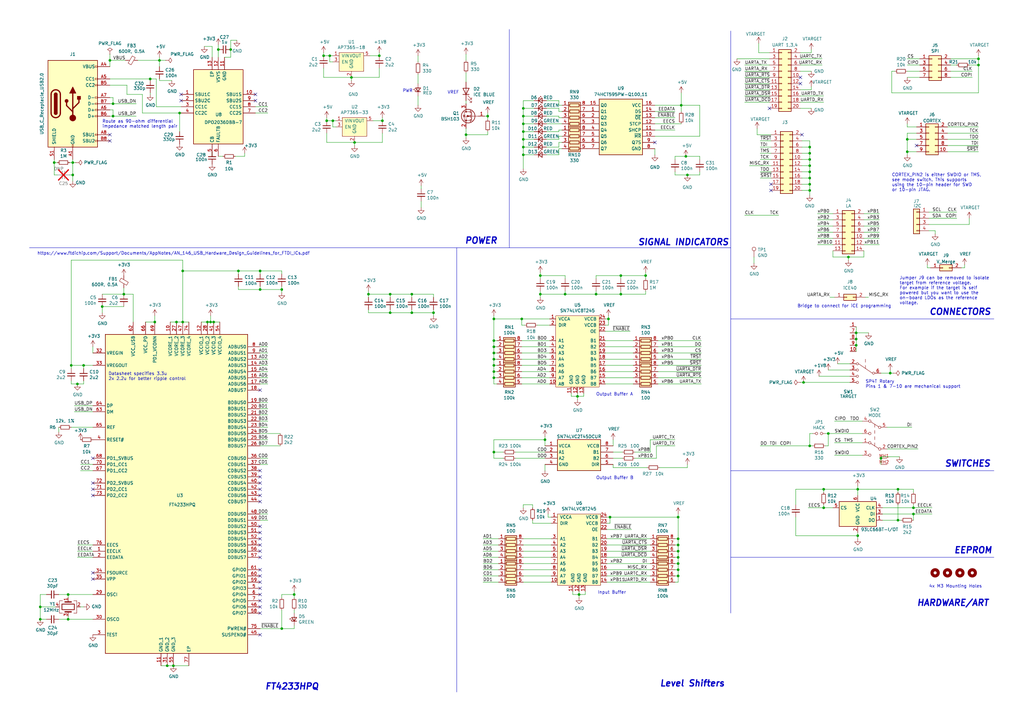
<source format=kicad_sch>
(kicad_sch (version 20230121) (generator eeschema)
  (paper "A3")
  (title_block (title "Serberus") (date "2024-05-17") (rev "v1.2") (company "Copywright 2024 Google") (comment 1 "Created by Patrick Kiley") (comment 2 "Apache-2.0 Open Source License"))
  (junction (at 332.105 73.025))
  (junction (at 27.94 243.84))
  (junction (at 120.65 243.84))
  (junction (at 202.565 142.24))
  (junction (at 372.11 57.15))
  (junction (at 337.82 200.66))
  (junction (at 61.595 32.385))
  (junction (at 202.565 144.78))
  (junction (at 214.63 47.625))
  (junction (at 332.105 75.565))
  (junction (at 202.565 154.94))
  (junction (at 106.68 111.125))
  (junction (at 332.105 70.485))
  (junction (at 145.415 58.42))
  (junction (at 278.13 212.09))
  (junction (at 45.085 24.765))
  (junction (at 86.36 132.08))
  (junction (at 202.565 147.32))
  (junction (at 63.5 132.08))
  (junction (at 22.225 66.675))
  (junction (at 221.615 120.65))
  (junction (at 237.49 243.84))
  (junction (at 365.125 153.035))
  (junction (at 94.615 20.32))
  (junction (at 31.75 157.48))
  (junction (at 337.82 208.28))
  (junction (at 50.8 120.65))
  (junction (at 372.11 62.23))
  (junction (at 214.63 53.975))
  (junction (at 254.635 120.65))
  (junction (at 347.98 105.41))
  (junction (at 368.3 200.66))
  (junction (at 46.355 47.625))
  (junction (at 278.13 226.06))
  (junction (at 160.02 128.27))
  (junction (at 65.405 24.765))
  (junction (at 332.105 182.88))
  (junction (at 73.66 46.355))
  (junction (at 97.79 111.125))
  (junction (at 41.91 125.73))
  (junction (at 87.63 132.08))
  (junction (at 214.63 57.15))
  (junction (at 278.13 233.68))
  (junction (at 29.845 71.755))
  (junction (at 191.135 55.245))
  (junction (at 351.155 136.525))
  (junction (at 249.555 130.81))
  (junction (at 332.105 67.945))
  (junction (at 155.575 22.86))
  (junction (at 177.8 128.27))
  (junction (at 351.155 141.605))
  (junction (at 74.93 111.125))
  (junction (at 221.615 113.03))
  (junction (at 351.155 139.065))
  (junction (at 351.79 219.71))
  (junction (at 71.12 273.05))
  (junction (at 214.63 60.325))
  (junction (at 133.985 49.53))
  (junction (at 231.775 120.65))
  (junction (at 361.315 187.96))
  (junction (at 202.565 130.81))
  (junction (at 374.65 208.28))
  (junction (at 351.79 200.66))
  (junction (at 168.91 128.27))
  (junction (at 278.13 231.14))
  (junction (at 151.13 120.65))
  (junction (at 278.13 228.6))
  (junction (at 278.13 223.52))
  (junction (at 214.63 50.8))
  (junction (at 74.93 132.08))
  (junction (at 244.475 120.65))
  (junction (at 339.725 177.8))
  (junction (at 332.105 60.325))
  (junction (at 264.795 113.03))
  (junction (at 34.29 149.86))
  (junction (at 368.3 213.36))
  (junction (at 168.91 120.65))
  (junction (at 332.105 65.405))
  (junction (at 46.355 42.545))
  (junction (at 332.105 62.865))
  (junction (at 144.145 31.75))
  (junction (at 202.565 149.86))
  (junction (at 16.51 254))
  (junction (at 202.565 139.7))
  (junction (at 281.305 64.135))
  (junction (at 254.635 113.03))
  (junction (at 72.39 132.08))
  (junction (at 332.105 78.105))
  (junction (at 278.13 220.98))
  (junction (at 115.57 118.745))
  (junction (at 135.255 22.86))
  (junction (at 202.565 185.42))
  (junction (at 85.09 132.08))
  (junction (at 329.565 156.845))
  (junction (at 27.94 254))
  (junction (at 214.63 44.45))
  (junction (at 279.4 43.18))
  (junction (at 115.57 257.81))
  (junction (at 29.21 149.86))
  (junction (at 156.845 49.53))
  (junction (at 16.51 248.92))
  (junction (at 200.025 47.625))
  (junction (at 202.565 152.4))
  (junction (at 374.65 210.82))
  (junction (at 106.68 118.745))
  (junction (at 136.525 49.53))
  (junction (at 401.32 24.13))
  (junction (at 160.02 120.65))
  (junction (at 223.52 180.34))
  (junction (at 132.715 22.86))
  (junction (at 29.845 66.675))
  (junction (at 236.855 162.56))
  (junction (at 213.995 130.81))
  (junction (at 89.535 20.32))
  (junction (at 278.13 236.22))
  (junction (at 401.32 26.67))
  (junction (at 214.63 63.5))
  (junction (at 250.19 212.09))
  (junction (at 68.58 273.05))
  (junction (at 281.94 71.755))
  (no_connect (at 328.295 31.75))
  (no_connect (at 106.68 218.44))
  (no_connect (at 106.68 243.84))
  (no_connect (at 45.085 57.785))
  (no_connect (at 315.595 44.45))
  (no_connect (at 38.1 203.2))
  (no_connect (at 104.775 41.275))
  (no_connect (at 106.68 205.74))
  (no_connect (at 38.1 237.49))
  (no_connect (at 38.1 200.66))
  (no_connect (at 45.085 55.245))
  (no_connect (at 106.68 228.6))
  (no_connect (at 268.605 58.42))
  (no_connect (at 104.775 38.735))
  (no_connect (at 106.68 260.35))
  (no_connect (at 106.68 223.52))
  (no_connect (at 106.68 220.98))
  (no_connect (at 375.92 59.69))
  (no_connect (at 38.1 198.12))
  (no_connect (at 106.68 251.46))
  (no_connect (at 316.23 78.105))
  (no_connect (at 328.295 34.29))
  (no_connect (at 106.68 241.3))
  (no_connect (at 106.68 238.76))
  (no_connect (at 106.68 215.9))
  (no_connect (at 106.68 226.06))
  (no_connect (at 74.295 41.275))
  (no_connect (at 106.68 160.02))
  (no_connect (at 106.68 198.12))
  (no_connect (at 38.1 187.96))
  (no_connect (at 38.1 234.95))
  (no_connect (at 74.295 38.735))
  (no_connect (at 106.68 233.68))
  (no_connect (at 106.68 200.66))
  (no_connect (at 316.23 75.565))
  (no_connect (at 328.93 55.245))
  (no_connect (at 106.68 236.22))
  (no_connect (at 106.68 203.2))
  (no_connect (at 106.68 248.92))
  (no_connect (at 106.68 195.58))
  (no_connect (at 106.68 193.04))
  (no_connect (at 106.68 246.38))
  (wire (pts (xy 395.605 109.855) (xy 395.605 108.585)))
  (wire (pts (xy 225.425 152.4) (xy 213.995 152.4)))
  (wire (pts (xy 361.95 213.36) (xy 368.3 213.36)))
  (wire (pts (xy 236.855 163.83) (xy 236.855 162.56)))
  (wire (pts (xy 214.63 226.06) (xy 226.06 226.06)))
  (wire (pts (xy 202.565 152.4) (xy 202.565 149.86)))
  (wire (pts (xy 347.98 105.41) (xy 347.98 106.68)))
  (wire (pts (xy 214.63 47.625) (xy 214.63 50.8)))
  (wire (pts (xy 202.565 154.94) (xy 202.565 152.4)))
  (wire (pts (xy 244.475 113.03) (xy 254.635 113.03)))
  (wire (pts (xy 106.68 190.5) (xy 109.855 190.5)))
  (wire (pts (xy 202.565 144.78) (xy 202.565 142.24)))
  (wire (pts (xy 326.39 219.71) (xy 351.79 219.71)))
  (wire (pts (xy 202.565 129.54) (xy 202.565 130.81)))
  (wire (pts (xy 328.93 78.105) (xy 332.105 78.105)))
  (wire (pts (xy 52.07 34.925) (xy 52.07 38.735)))
  (wire (pts (xy 278.13 228.6) (xy 278.13 231.14)))
  (wire (pts (xy 259.715 149.86) (xy 248.285 149.86)))
  (wire (pts (xy 229.235 41.275) (xy 229.235 43.18)))
  (wire (pts (xy 115.57 245.11) (xy 115.57 243.84)))
  (wire (pts (xy 74.93 111.125) (xy 97.79 111.125)))
  (wire (pts (xy 115.57 111.125) (xy 115.57 112.395)))
  (wire (pts (xy 38.1 142.24) (xy 38.1 144.78)))
  (wire (pts (xy 226.06 223.52) (xy 214.63 223.52)))
  (wire (pts (xy 278.13 226.06) (xy 278.13 228.6)))
  (wire (pts (xy 259.715 139.7) (xy 248.285 139.7)))
  (wire (pts (xy 363.855 184.15) (xy 376.555 184.15)))
  (wire (pts (xy 335.28 100.33) (xy 341.63 100.33)))
  (wire (pts (xy 213.995 130.81) (xy 213.995 133.35)))
  (wire (pts (xy 332.105 70.485) (xy 332.105 73.025)))
  (wire (pts (xy 34.29 149.86) (xy 38.1 149.86)))
  (wire (pts (xy 65.405 23.495) (xy 65.405 24.765)))
  (wire (pts (xy 33.02 190.5) (xy 38.1 190.5)))
  (wire (pts (xy 279.4 38.1) (xy 279.4 43.18)))
  (wire (pts (xy 339.725 177.8) (xy 353.695 177.8)))
  (wire (pts (xy 229.235 48.26) (xy 230.505 48.26)))
  (wire (pts (xy 224.155 60.325) (xy 229.235 60.325)))
  (wire (pts (xy 278.13 236.22) (xy 278.13 238.76)))
  (wire (pts (xy 248.92 238.76) (xy 266.7 238.76)))
  (wire (pts (xy 198.12 236.22) (xy 204.47 236.22)))
  (wire (pts (xy 200.025 46.355) (xy 200.025 47.625)))
  (wire (pts (xy 361.315 187.325) (xy 361.315 187.96)))
  (wire (pts (xy 328.295 36.83) (xy 332.74 36.83)))
  (wire (pts (xy 361.315 187.96) (xy 361.315 190.5)))
  (wire (pts (xy 332.105 62.865) (xy 332.105 65.405)))
  (wire (pts (xy 177.8 128.27) (xy 177.8 127)))
  (wire (pts (xy 224.155 50.8) (xy 230.505 50.8)))
  (wire (pts (xy 229.235 48.26) (xy 229.235 47.625)))
  (wire (pts (xy 360.68 92.71) (xy 354.33 92.71)))
  (wire (pts (xy 135.255 22.86) (xy 136.525 22.86)))
  (wire (pts (xy 351.155 139.065) (xy 351.155 141.605)))
  (wire (pts (xy 132.715 31.75) (xy 144.145 31.75)))
  (wire (pts (xy 214.63 233.68) (xy 226.06 233.68)))
  (wire (pts (xy 22.86 248.92) (xy 16.51 248.92)))
  (wire (pts (xy 45.085 22.225) (xy 45.085 24.765)))
  (wire (pts (xy 198.12 238.76) (xy 204.47 238.76)))
  (polyline (pts (xy 407.67 130.81) (xy 299.72 130.81)))
  (wire (pts (xy 365.76 29.21) (xy 365.76 38.1)))
  (wire (pts (xy 172.72 76.2) (xy 172.72 77.47)))
  (wire (pts (xy 278.13 210.82) (xy 278.13 212.09)))
  (wire (pts (xy 351.155 136.525) (xy 351.155 139.065)))
  (wire (pts (xy 248.285 130.81) (xy 249.555 130.81)))
  (wire (pts (xy 278.13 220.98) (xy 278.13 223.52)))
  (wire (pts (xy 59.69 132.08) (xy 63.5 132.08)))
  (wire (pts (xy 202.565 187.96) (xy 202.565 185.42)))
  (wire (pts (xy 27.94 243.84) (xy 38.1 243.84)))
  (wire (pts (xy 231.775 120.65) (xy 244.475 120.65)))
  (wire (pts (xy 332.74 20.32) (xy 332.74 21.59)))
  (wire (pts (xy 191.135 41.275) (xy 191.135 42.545)))
  (wire (pts (xy 177.8 129.54) (xy 177.8 128.27)))
  (wire (pts (xy 106.68 180.34) (xy 109.855 180.34)))
  (wire (pts (xy 221.615 111.76) (xy 221.615 113.03)))
  (wire (pts (xy 144.145 33.02) (xy 144.145 31.75)))
  (wire (pts (xy 315.595 21.59) (xy 311.15 21.59)))
  (wire (pts (xy 264.795 114.3) (xy 264.795 113.03)))
  (wire (pts (xy 372.11 57.15) (xy 372.11 54.61)))
  (wire (pts (xy 251.46 180.34) (xy 251.46 182.88)))
  (wire (pts (xy 50.8 118.11) (xy 50.8 120.65)))
  (wire (pts (xy 202.565 149.86) (xy 202.565 147.32)))
  (wire (pts (xy 354.965 121.92) (xy 356.235 121.92)))
  (wire (pts (xy 168.91 120.65) (xy 177.8 120.65)))
  (wire (pts (xy 372.11 52.07) (xy 375.92 52.07)))
  (wire (pts (xy 229.235 60.96) (xy 229.235 63.5)))
  (wire (pts (xy 328.93 57.785) (xy 332.105 57.785)))
  (wire (pts (xy 54.61 132.08) (xy 54.61 120.65)))
  (wire (pts (xy 156.845 54.61) (xy 156.845 58.42)))
  (wire (pts (xy 106.68 175.26) (xy 109.855 175.26)))
  (wire (pts (xy 94.615 16.51) (xy 94.615 20.32)))
  (wire (pts (xy 333.375 177.8) (xy 332.105 177.8)))
  (wire (pts (xy 69.85 132.08) (xy 72.39 132.08)))
  (wire (pts (xy 248.92 228.6) (xy 266.7 228.6)))
  (wire (pts (xy 115.57 118.745) (xy 115.57 120.015)))
  (wire (pts (xy 72.39 132.08) (xy 74.93 132.08)))
  (wire (pts (xy 248.92 236.22) (xy 266.7 236.22)))
  (polyline (pts (xy 299.72 228.6) (xy 299.72 251.46)))
  (wire (pts (xy 64.135 43.815) (xy 64.135 32.385)))
  (wire (pts (xy 202.565 149.86) (xy 203.835 149.86)))
  (wire (pts (xy 106.68 154.94) (xy 109.855 154.94)))
  (wire (pts (xy 335.915 154.305) (xy 348.615 154.305)))
  (wire (pts (xy 341.63 92.71) (xy 335.28 92.71)))
  (wire (pts (xy 315.595 36.83) (xy 305.435 36.83)))
  (wire (pts (xy 97.79 111.125) (xy 97.79 112.395)))
  (wire (pts (xy 234.95 242.57) (xy 234.95 243.84)))
  (wire (pts (xy 29.21 106.68) (xy 74.93 106.68)))
  (wire (pts (xy 226.06 236.22) (xy 214.63 236.22)))
  (wire (pts (xy 268.605 48.26) (xy 276.86 48.26)))
  (wire (pts (xy 168.91 128.27) (xy 160.02 128.27)))
  (wire (pts (xy 268.605 55.88) (xy 287.02 55.88)))
  (wire (pts (xy 269.875 152.4) (xy 287.655 152.4)))
  (wire (pts (xy 335.28 97.79) (xy 341.63 97.79)))
  (wire (pts (xy 214.63 57.15) (xy 219.075 57.15)))
  (wire (pts (xy 106.68 111.125) (xy 106.68 112.395)))
  (wire (pts (xy 328.93 60.325) (xy 332.105 60.325)))
  (wire (pts (xy 106.68 182.88) (xy 114.935 182.88)))
  (wire (pts (xy 200.025 47.625) (xy 200.025 48.895)))
  (wire (pts (xy 45.085 45.085) (xy 46.355 45.085)))
  (wire (pts (xy 85.09 132.08) (xy 86.36 132.08)))
  (wire (pts (xy 160.02 120.65) (xy 168.91 120.65)))
  (wire (pts (xy 254.635 120.65) (xy 264.795 120.65)))
  (wire (pts (xy 74.93 111.125) (xy 74.93 132.08)))
  (wire (pts (xy 226.06 214.63) (xy 218.44 214.63)))
  (wire (pts (xy 351.79 220.98) (xy 351.79 219.71)))
  (wire (pts (xy 361.95 210.82) (xy 374.65 210.82)))
  (wire (pts (xy 248.92 226.06) (xy 266.7 226.06)))
  (wire (pts (xy 213.995 144.78) (xy 225.425 144.78)))
  (wire (pts (xy 22.225 66.675) (xy 22.225 71.755)))
  (wire (pts (xy 168.91 120.65) (xy 168.91 121.92)))
  (wire (pts (xy 363.855 175.26) (xy 374.015 175.26)))
  (wire (pts (xy 351.155 136.525) (xy 356.235 136.525)))
  (wire (pts (xy 202.565 157.48) (xy 202.565 154.94)))
  (wire (pts (xy 229.235 44.45) (xy 224.155 44.45)))
  (wire (pts (xy 22.225 71.755) (xy 23.495 71.755)))
  (wire (pts (xy 202.565 139.7) (xy 202.565 130.81)))
  (wire (pts (xy 218.44 207.01) (xy 214.63 207.01)))
  (wire (pts (xy 151.13 120.65) (xy 160.02 120.65)))
  (wire (pts (xy 337.185 24.13) (xy 328.295 24.13)))
  (wire (pts (xy 198.755 47.625) (xy 200.025 47.625)))
  (wire (pts (xy 100.33 64.135) (xy 96.52 64.135)))
  (wire (pts (xy 214.63 53.975) (xy 219.075 53.975)))
  (wire (pts (xy 16.51 243.84) (xy 16.51 248.92)))
  (wire (pts (xy 145.415 59.69) (xy 145.415 58.42)))
  (wire (pts (xy 61.595 33.02) (xy 61.595 32.385)))
  (wire (pts (xy 311.15 17.78) (xy 311.15 21.59)))
  (wire (pts (xy 24.13 243.84) (xy 27.94 243.84)))
  (wire (pts (xy 354.33 102.87) (xy 354.33 105.41)))
  (wire (pts (xy 58.42 46.355) (xy 73.66 46.355)))
  (wire (pts (xy 97.79 117.475) (xy 97.79 118.745)))
  (wire (pts (xy 248.285 152.4) (xy 259.715 152.4)))
  (wire (pts (xy 236.855 161.29) (xy 236.855 162.56)))
  (wire (pts (xy 248.92 214.63) (xy 250.19 214.63)))
  (polyline (pts (xy 299.72 193.04) (xy 407.67 193.04)))
  (wire (pts (xy 260.35 187.96) (xy 269.24 187.96)))
  (wire (pts (xy 133.985 58.42) (xy 145.415 58.42)))
  (wire (pts (xy 392.43 26.67) (xy 389.89 26.67)))
  (wire (pts (xy 106.68 165.1) (xy 109.855 165.1)))
  (wire (pts (xy 250.19 214.63) (xy 250.19 212.09)))
  (wire (pts (xy 229.235 47.625) (xy 224.155 47.625)))
  (polyline (pts (xy 187.325 101.6) (xy 187.325 283.845)))
  (wire (pts (xy 332.74 29.21) (xy 328.295 29.21)))
  (wire (pts (xy 269.875 139.7) (xy 287.655 139.7)))
  (wire (pts (xy 191.135 22.225) (xy 191.135 24.765)))
  (wire (pts (xy 215.265 133.35) (xy 213.995 133.35)))
  (wire (pts (xy 31.75 157.48) (xy 29.21 157.48)))
  (wire (pts (xy 133.985 54.61) (xy 133.985 58.42)))
  (wire (pts (xy 221.615 113.03) (xy 221.615 114.3)))
  (wire (pts (xy 394.335 109.855) (xy 395.605 109.855)))
  (wire (pts (xy 120.65 256.54) (xy 120.65 257.81)))
  (wire (pts (xy 351.155 141.605) (xy 351.155 144.145)))
  (wire (pts (xy 94.615 16.51) (xy 97.155 16.51)))
  (wire (pts (xy 46.355 42.545) (xy 55.88 42.545)))
  (wire (pts (xy 260.35 185.42) (xy 266.7 185.42)))
  (wire (pts (xy 225.425 149.86) (xy 213.995 149.86)))
  (wire (pts (xy 137.795 52.07) (xy 136.525 52.07)))
  (wire (pts (xy 248.285 142.24) (xy 259.715 142.24)))
  (wire (pts (xy 269.875 149.86) (xy 287.655 149.86)))
  (wire (pts (xy 56.515 24.765) (xy 65.405 24.765)))
  (wire (pts (xy 214.63 44.45) (xy 214.63 47.625)))
  (wire (pts (xy 342.265 186.69) (xy 353.695 186.69)))
  (wire (pts (xy 354.33 97.79) (xy 360.68 97.79)))
  (wire (pts (xy 135.255 25.4) (xy 135.255 22.86)))
  (wire (pts (xy 106.68 147.32) (xy 109.855 147.32)))
  (wire (pts (xy 328.295 21.59) (xy 332.74 21.59)))
  (wire (pts (xy 214.63 53.975) (xy 214.63 57.15)))
  (wire (pts (xy 191.135 52.705) (xy 191.135 55.245)))
  (wire (pts (xy 354.33 105.41) (xy 347.98 105.41)))
  (wire (pts (xy 106.68 187.96) (xy 109.855 187.96)))
  (wire (pts (xy 115.57 250.19) (xy 115.57 257.81)))
  (wire (pts (xy 171.45 39.37) (xy 171.45 43.18)))
  (wire (pts (xy 214.63 41.275) (xy 214.63 44.45)))
  (wire (pts (xy 109.855 43.815) (xy 104.775 43.815)))
  (wire (pts (xy 198.12 226.06) (xy 204.47 226.06)))
  (wire (pts (xy 22.225 65.405) (xy 22.225 66.675)))
  (wire (pts (xy 281.94 191.77) (xy 281.94 190.5)))
  (wire (pts (xy 276.86 64.135) (xy 281.305 64.135)))
  (wire (pts (xy 211.455 187.96) (xy 223.52 187.96)))
  (wire (pts (xy 155.575 31.75) (xy 144.145 31.75)))
  (wire (pts (xy 279.4 45.72) (xy 279.4 43.18)))
  (wire (pts (xy 332.105 60.325) (xy 332.105 62.865)))
  (wire (pts (xy 74.93 132.08) (xy 77.47 132.08)))
  (wire (pts (xy 27.94 252.73) (xy 27.94 254)))
  (wire (pts (xy 198.12 228.6) (xy 204.47 228.6)))
  (wire (pts (xy 202.565 147.32) (xy 202.565 144.78)))
  (wire (pts (xy 28.575 71.755) (xy 29.845 71.755)))
  (wire (pts (xy 339.725 151.765) (xy 348.615 151.765)))
  (wire (pts (xy 374.65 200.66) (xy 374.65 201.93)))
  (wire (pts (xy 214.63 231.14) (xy 226.06 231.14)))
  (wire (pts (xy 368.3 200.66) (xy 368.3 201.93)))
  (wire (pts (xy 63.5 129.54) (xy 63.5 132.08)))
  (wire (pts (xy 251.46 190.5) (xy 251.46 191.77)))
  (wire (pts (xy 24.13 175.26) (xy 24.13 177.165)))
  (wire (pts (xy 191.135 55.245) (xy 191.135 56.515)))
  (wire (pts (xy 374.65 208.28) (xy 382.27 208.28)))
  (wire (pts (xy 328.93 70.485) (xy 332.105 70.485)))
  (wire (pts (xy 305.435 41.91) (xy 315.595 41.91)))
  (wire (pts (xy 332.105 65.405) (xy 332.105 67.945)))
  (wire (pts (xy 97.79 111.125) (xy 106.68 111.125)))
  (wire (pts (xy 30.48 166.37) (xy 38.1 166.37)))
  (wire (pts (xy 86.36 132.08) (xy 87.63 132.08)))
  (wire (pts (xy 65.405 33.02) (xy 70.485 33.02)))
  (wire (pts (xy 278.13 236.22) (xy 276.86 236.22)))
  (wire (pts (xy 198.12 231.14) (xy 204.47 231.14)))
  (wire (pts (xy 94.615 20.32) (xy 94.615 23.495)))
  (wire (pts (xy 388.62 54.61) (xy 401.32 54.61)))
  (wire (pts (xy 372.11 24.13) (xy 377.19 24.13)))
  (wire (pts (xy 214.63 207.01) (xy 214.63 208.28)))
  (wire (pts (xy 160.02 128.27) (xy 151.13 128.27)))
  (wire (pts (xy 202.565 152.4) (xy 203.835 152.4)))
  (wire (pts (xy 309.245 105.41) (xy 309.245 107.95)))
  (wire (pts (xy 305.435 34.29) (xy 315.595 34.29)))
  (wire (pts (xy 229.235 55.88) (xy 229.235 57.15)))
  (wire (pts (xy 332.105 57.785) (xy 332.105 60.325)))
  (wire (pts (xy 401.32 38.1) (xy 401.32 26.67)))
  (wire (pts (xy 106.68 257.81) (xy 115.57 257.81)))
  (wire (pts (xy 254.635 120.65) (xy 254.635 119.38)))
  (wire (pts (xy 64.135 32.385) (xy 61.595 32.385)))
  (polyline (pts (xy 299.72 193.04) (xy 299.72 228.6)))
  (wire (pts (xy 230.505 55.88) (xy 229.235 55.88)))
  (wire (pts (xy 171.45 30.48) (xy 171.45 34.29)))
  (wire (pts (xy 68.58 273.05) (xy 71.12 273.05)))
  (wire (pts (xy 86.995 62.23) (xy 86.995 64.135)))
  (wire (pts (xy 269.875 144.78) (xy 287.655 144.78)))
  (wire (pts (xy 29.845 65.405) (xy 29.845 66.675)))
  (wire (pts (xy 198.12 223.52) (xy 204.47 223.52)))
  (wire (pts (xy 305.435 88.265) (xy 319.405 88.265)))
  (wire (pts (xy 278.13 223.52) (xy 278.13 226.06)))
  (wire (pts (xy 91.44 64.135) (xy 89.535 64.135)))
  (wire (pts (xy 213.995 130.81) (xy 225.425 130.81)))
  (wire (pts (xy 268.605 45.72) (xy 276.86 45.72)))
  (wire (pts (xy 87.63 132.08) (xy 90.17 132.08)))
  (wire (pts (xy 287.02 55.88) (xy 287.02 43.18)))
  (wire (pts (xy 269.24 187.96) (xy 269.24 182.88)))
  (wire (pts (xy 30.48 168.91) (xy 38.1 168.91)))
  (wire (pts (xy 16.51 254) (xy 19.05 254)))
  (wire (pts (xy 214.63 60.325) (xy 219.075 60.325)))
  (wire (pts (xy 259.715 154.94) (xy 248.285 154.94)))
  (wire (pts (xy 86.36 132.08) (xy 86.36 129.54)))
  (wire (pts (xy 225.425 154.94) (xy 213.995 154.94)))
  (wire (pts (xy 27.94 245.11) (xy 27.94 243.84)))
  (wire (pts (xy 266.7 180.34) (xy 276.86 180.34)))
  (wire (pts (xy 229.235 53.34) (xy 229.235 53.975)))
  (wire (pts (xy 244.475 114.3) (xy 244.475 113.03)))
  (wire (pts (xy 229.235 58.42) (xy 229.235 60.325)))
  (polyline (pts (xy 299.72 12.7) (xy 299.72 193.04)))
  (wire (pts (xy 29.845 71.755) (xy 29.845 74.295)))
  (wire (pts (xy 86.995 23.495) (xy 86.995 19.05)))
  (wire (pts (xy 74.93 106.68) (xy 74.93 111.125)))
  (wire (pts (xy 213.995 142.24) (xy 225.425 142.24)))
  (wire (pts (xy 19.05 243.84) (xy 16.51 243.84)))
  (wire (pts (xy 198.12 220.98) (xy 204.47 220.98)))
  (wire (pts (xy 29.21 156.21) (xy 29.21 157.48)))
  (wire (pts (xy 240.03 243.84) (xy 237.49 243.84)))
  (wire (pts (xy 224.79 212.09) (xy 226.06 212.09)))
  (wire (pts (xy 132.715 21.59) (xy 132.715 22.86)))
  (wire (pts (xy 106.68 142.24) (xy 109.855 142.24)))
  (wire (pts (xy 369.57 213.36) (xy 368.3 213.36)))
  (wire (pts (xy 136.525 49.53) (xy 133.985 49.53)))
  (wire (pts (xy 106.68 157.48) (xy 109.855 157.48)))
  (wire (pts (xy 229.235 45.72) (xy 229.235 44.45)))
  (wire (pts (xy 52.07 34.925) (xy 45.085 34.925)))
  (wire (pts (xy 240.03 242.57) (xy 240.03 243.84)))
  (wire (pts (xy 366.395 153.035) (xy 365.125 153.035)))
  (wire (pts (xy 89.535 18.415) (xy 89.535 20.32)))
  (wire (pts (xy 311.785 182.88) (xy 332.105 182.88)))
  (wire (pts (xy 311.785 73.025) (xy 316.23 73.025)))
  (wire (pts (xy 41.91 120.65) (xy 50.8 120.65)))
  (wire (pts (xy 269.875 157.48) (xy 287.655 157.48)))
  (wire (pts (xy 316.23 55.245) (xy 310.515 55.245)))
  (wire (pts (xy 329.565 156.845) (xy 348.615 156.845)))
  (wire (pts (xy 65.405 32.385) (xy 65.405 33.02)))
  (wire (pts (xy 316.23 60.325) (xy 311.785 60.325)))
  (wire (pts (xy 287.02 43.18) (xy 279.4 43.18)))
  (wire (pts (xy 340.36 121.92) (xy 342.265 121.92)))
  (wire (pts (xy 58.42 46.355) (xy 58.42 38.735)))
  (wire (pts (xy 155.575 21.59) (xy 155.575 22.86)))
  (wire (pts (xy 31.75 228.6) (xy 38.1 228.6)))
  (wire (pts (xy 374.65 208.28) (xy 374.65 207.01)))
  (wire (pts (xy 34.29 151.13) (xy 34.29 149.86)))
  (polyline (pts (xy 299.72 228.6) (xy 407.67 228.6)))
  (wire (pts (xy 133.985 48.26) (xy 133.985 49.53)))
  (wire (pts (xy 332.105 80.01) (xy 332.105 78.105)))
  (wire (pts (xy 328.295 44.45) (xy 332.74 44.45)))
  (wire (pts (xy 360.68 87.63) (xy 354.33 87.63)))
  (wire (pts (xy 97.79 118.745) (xy 106.68 118.745)))
  (wire (pts (xy 191.135 55.245) (xy 200.025 55.245)))
  (wire (pts (xy 214.63 47.625) (xy 219.075 47.625)))
  (wire (pts (xy 354.33 90.17) (xy 360.68 90.17)))
  (wire (pts (xy 315.595 31.75) (xy 305.435 31.75)))
  (wire (pts (xy 34.29 248.92) (xy 33.02 248.92)))
  (wire (pts (xy 23.495 66.675) (xy 22.225 66.675)))
  (wire (pts (xy 61.595 38.1) (xy 61.595 38.735)))
  (wire (pts (xy 248.92 231.14) (xy 266.7 231.14)))
  (wire (pts (xy 311.785 57.785) (xy 316.23 57.785)))
  (wire (pts (xy 326.39 207.01) (xy 326.39 200.66)))
  (wire (pts (xy 351.79 200.66) (xy 337.82 200.66)))
  (wire (pts (xy 389.89 31.75) (xy 398.78 31.75)))
  (wire (pts (xy 151.13 119.38) (xy 151.13 120.65)))
  (wire (pts (xy 388.62 59.69) (xy 401.32 59.69)))
  (wire (pts (xy 248.92 233.68) (xy 266.7 233.68)))
  (wire (pts (xy 401.32 22.86) (xy 401.32 24.13)))
  (wire (pts (xy 203.835 139.7) (xy 202.565 139.7)))
  (wire (pts (xy 224.79 210.82) (xy 224.79 212.09)))
  (wire (pts (xy 106.68 172.72) (xy 109.855 172.72)))
  (wire (pts (xy 106.68 177.8) (xy 114.935 177.8)))
  (wire (pts (xy 86.995 19.05) (xy 83.82 19.05)))
  (wire (pts (xy 361.315 153.035) (xy 365.125 153.035)))
  (wire (pts (xy 24.13 254) (xy 27.94 254)))
  (wire (pts (xy 248.92 212.09) (xy 250.19 212.09)))
  (wire (pts (xy 254.635 113.03) (xy 264.795 113.03)))
  (wire (pts (xy 276.86 65.405) (xy 276.86 64.135)))
  (wire (pts (xy 89.535 20.32) (xy 89.535 23.495)))
  (wire (pts (xy 221.615 119.38) (xy 221.615 120.65)))
  (wire (pts (xy 268.605 60.96) (xy 268.605 63.5)))
  (wire (pts (xy 368.3 213.36) (xy 368.3 207.01)))
  (wire (pts (xy 28.575 66.675) (xy 29.845 66.675)))
  (wire (pts (xy 221.615 113.03) (xy 231.775 113.03)))
  (wire (pts (xy 106.68 111.125) (xy 115.57 111.125)))
  (wire (pts (xy 31.75 157.48) (xy 34.29 157.48)))
  (wire (pts (xy 214.63 44.45) (xy 219.075 44.45)))
  (wire (pts (xy 368.3 200.66) (xy 374.65 200.66)))
  (wire (pts (xy 281.94 71.755) (xy 287.02 71.755)))
  (wire (pts (xy 171.45 22.86) (xy 171.45 25.4)))
  (wire (pts (xy 224.155 63.5) (xy 229.235 63.5)))
  (wire (pts (xy 214.63 57.15) (xy 214.63 60.325)))
  (wire (pts (xy 328.93 62.865) (xy 332.105 62.865)))
  (wire (pts (xy 106.68 213.36) (xy 109.855 213.36)))
  (wire (pts (xy 94.615 23.495) (xy 92.075 23.495)))
  (wire (pts (xy 372.11 62.23) (xy 375.92 62.23)))
  (wire (pts (xy 214.63 50.8) (xy 219.075 50.8)))
  (wire (pts (xy 51.435 24.765) (xy 45.085 24.765)))
  (wire (pts (xy 388.62 52.07) (xy 401.32 52.07)))
  (wire (pts (xy 397.51 26.67) (xy 401.32 26.67)))
  (wire (pts (xy 248.285 147.32) (xy 259.715 147.32)))
  (wire (pts (xy 342.265 172.72) (xy 353.695 172.72)))
  (wire (pts (xy 361.315 187.325) (xy 368.935 187.325)))
  (wire (pts (xy 214.63 50.8) (xy 214.63 53.975)))
  (wire (pts (xy 250.19 212.09) (xy 278.13 212.09)))
  (wire (pts (xy 202.565 144.78) (xy 203.835 144.78)))
  (wire (pts (xy 337.82 200.66) (xy 337.82 201.93)))
  (wire (pts (xy 100.33 62.865) (xy 100.33 64.135)))
  (wire (pts (xy 337.82 208.28) (xy 341.63 208.28)))
  (wire (pts (xy 372.11 50.8) (xy 372.11 52.07)))
  (wire (pts (xy 31.75 223.52) (xy 38.1 223.52)))
  (wire (pts (xy 29.21 106.68) (xy 29.21 149.86)))
  (wire (pts (xy 332.105 75.565) (xy 332.105 78.105)))
  (wire (pts (xy 29.21 175.26) (xy 38.1 175.26)))
  (wire (pts (xy 229.235 57.15) (xy 224.155 57.15)))
  (wire (pts (xy 211.455 185.42) (xy 223.52 185.42)))
  (wire (pts (xy 214.63 63.5) (xy 214.63 69.215)))
  (wire (pts (xy 31.75 226.06) (xy 38.1 226.06)))
  (wire (pts (xy 343.535 149.225) (xy 348.615 149.225)))
  (wire (pts (xy 156.845 58.42) (xy 145.415 58.42)))
  (wire (pts (xy 278.13 233.68) (xy 276.86 233.68)))
  (wire (pts (xy 106.68 117.475) (xy 106.68 118.745)))
  (wire (pts (xy 326.39 200.66) (xy 337.82 200.66)))
  (wire (pts (xy 264.795 120.65) (xy 264.795 119.38)))
  (wire (pts (xy 38.1 193.04) (xy 33.02 193.04)))
  (wire (pts (xy 351.79 219.71) (xy 351.79 218.44)))
  (wire (pts (xy 311.785 65.405) (xy 316.23 65.405)))
  (wire (pts (xy 254.635 114.3) (xy 254.635 113.03)))
  (wire (pts (xy 337.82 207.01) (xy 337.82 208.28)))
  (wire (pts (xy 115.57 243.84) (xy 120.65 243.84)))
  (wire (pts (xy 221.615 121.92) (xy 221.615 120.65)))
  (wire (pts (xy 231.775 120.65) (xy 231.775 119.38)))
  (wire (pts (xy 234.95 243.84) (xy 237.49 243.84)))
  (wire (pts (xy 213.995 139.7) (xy 225.425 139.7)))
  (wire (pts (xy 351.155 133.985) (xy 351.155 136.525)))
  (wire (pts (xy 372.11 54.61) (xy 375.92 54.61)))
  (wire (pts (xy 332.105 67.945) (xy 332.105 70.485)))
  (wire (pts (xy 388.62 57.15) (xy 401.32 57.15)))
  (wire (pts (xy 218.44 208.28) (xy 218.44 207.01)))
  (wire (pts (xy 73.66 46.355) (xy 74.295 46.355)))
  (wire (pts (xy 249.555 133.35) (xy 249.555 130.81)))
  (wire (pts (xy 374.65 213.36) (xy 374.65 210.82)))
  (wire (pts (xy 326.39 212.09) (xy 326.39 219.71)))
  (wire (pts (xy 191.135 29.845) (xy 191.135 33.655)))
  (wire (pts (xy 231.775 113.03) (xy 231.775 114.3)))
  (wire (pts (xy 115.57 118.745) (xy 115.57 117.475)))
  (wire (pts (xy 248.285 157.48) (xy 259.715 157.48)))
  (wire (pts (xy 332.105 182.88) (xy 333.375 182.88)))
  (wire (pts (xy 276.86 220.98) (xy 278.13 220.98)))
  (wire (pts (xy 155.575 27.94) (xy 155.575 31.75)))
  (wire (pts (xy 360.68 95.25) (xy 354.33 95.25)))
  (wire (pts (xy 374.65 210.82) (xy 382.27 210.82)))
  (wire (pts (xy 328.93 67.945) (xy 332.105 67.945)))
  (wire (pts (xy 264.795 111.76) (xy 264.795 113.03)))
  (wire (pts (xy 328.93 65.405) (xy 332.105 65.405)))
  (wire (pts (xy 315.595 24.13) (xy 302.26 24.13)))
  (wire (pts (xy 268.605 50.8) (xy 279.4 50.8)))
  (wire (pts (xy 381 86.995) (xy 392.43 86.995)))
  (wire (pts (xy 389.89 24.13) (xy 401.32 24.13)))
  (wire (pts (xy 220.345 133.35) (xy 225.425 133.35)))
  (wire (pts (xy 251.46 187.96) (xy 255.27 187.96)))
  (wire (pts (xy 229.235 43.18) (xy 230.505 43.18)))
  (wire (pts (xy 151.13 128.27) (xy 151.13 127)))
  (wire (pts (xy 206.375 187.96) (xy 202.565 187.96)))
  (wire (pts (xy 328.295 41.91) (xy 337.82 41.91)))
  (wire (pts (xy 328.93 75.565) (xy 332.105 75.565)))
  (wire (pts (xy 104.775 46.355) (xy 109.855 46.355)))
  (wire (pts (xy 372.11 62.23) (xy 372.11 63.5)))
  (wire (pts (xy 73.66 53.975) (xy 73.66 46.355)))
  (wire (pts (xy 287.02 71.755) (xy 287.02 70.485)))
  (wire (pts (xy 248.285 135.89) (xy 258.445 135.89)))
  (wire (pts (xy 223.52 180.34) (xy 223.52 182.88)))
  (wire (pts (xy 41.91 125.73) (xy 41.91 128.27)))
  (wire (pts (xy 372.11 29.21) (xy 377.19 29.21)))
  (wire (pts (xy 74.295 43.815) (xy 64.135 43.815)))
  (wire (pts (xy 381 89.535) (xy 392.43 89.535)))
  (wire (pts (xy 266.7 185.42) (xy 266.7 180.34)))
  (wire (pts (xy 34.29 157.48) (xy 34.29 156.21)))
  (wire (pts (xy 278.13 223.52) (xy 276.86 223.52)))
  (wire (pts (xy 397.51 89.535) (xy 397.51 92.075)))
  (wire (pts (xy 65.405 24.765) (xy 65.405 27.305)))
  (wire (pts (xy 332.105 73.025) (xy 332.105 75.565)))
  (wire (pts (xy 381 94.615) (xy 383.54 94.615)))
  (wire (pts (xy 230.505 53.34) (xy 229.235 53.34)))
  (wire (pts (xy 279.4 43.18) (xy 268.605 43.18)))
  (wire (pts (xy 388.62 62.23) (xy 401.32 62.23)))
  (wire (pts (xy 29.21 149.86) (xy 34.29 149.86)))
  (wire (pts (xy 328.93 73.025) (xy 332.105 73.025)))
  (wire (pts (xy 156.845 48.26) (xy 156.845 49.53)))
  (wire (pts (xy 281.305 64.135) (xy 287.02 64.135)))
  (polyline (pts (xy 299.72 101.6) (xy 12.065 101.6)))
  (wire (pts (xy 66.04 273.05) (xy 68.58 273.05)))
  (wire (pts (xy 239.395 161.29) (xy 239.395 162.56)))
  (wire (pts (xy 311.785 62.865) (xy 316.23 62.865)))
  (wire (pts (xy 342.265 181.61) (xy 353.695 181.61)))
  (wire (pts (xy 230.505 45.72) (xy 229.235 45.72)))
  (wire (pts (xy 71.12 273.05) (xy 77.47 273.05)))
  (wire (pts (xy 132.715 27.94) (xy 132.715 31.75)))
  (wire (pts (xy 239.395 162.56) (xy 236.855 162.56)))
  (wire (pts (xy 249.555 129.54) (xy 249.555 130.81)))
  (wire (pts (xy 230.505 58.42) (xy 229.235 58.42)))
  (wire (pts (xy 361.95 208.28) (xy 374.65 208.28)))
  (wire (pts (xy 45.085 47.625) (xy 46.355 47.625)))
  (wire (pts (xy 172.72 82.55) (xy 172.72 85.09)))
  (wire (pts (xy 341.63 102.87) (xy 341.63 105.41)))
  (wire (pts (xy 315.595 26.67) (xy 305.435 26.67)))
  (wire (pts (xy 202.565 142.24) (xy 202.565 139.7)))
  (wire (pts (xy 202.565 185.42) (xy 202.565 180.34)))
  (wire (pts (xy 237.49 242.57) (xy 237.49 243.84)))
  (wire (pts (xy 168.91 128.27) (xy 168.91 127)))
  (wire (pts (xy 214.63 238.76) (xy 226.06 238.76)))
  (wire (pts (xy 221.615 120.65) (xy 231.775 120.65)))
  (wire (pts (xy 229.235 41.275) (xy 224.155 41.275)))
  (wire (pts (xy 202.565 180.34) (xy 223.52 180.34)))
  (wire (pts (xy 202.565 154.94) (xy 203.835 154.94)))
  (wire (pts (xy 278.13 231.14) (xy 278.13 233.68)))
  (wire (pts (xy 120.65 250.19) (xy 120.65 251.46)))
  (wire (pts (xy 328.295 156.845) (xy 329.565 156.845)))
  (polyline (pts (xy 208.915 12.065) (xy 208.915 101.6)))
  (wire (pts (xy 106.68 118.745) (xy 115.57 118.745)))
  (wire (pts (xy 29.845 66.675) (xy 29.845 71.755)))
  (wire (pts (xy 82.55 132.08) (xy 85.09 132.08)))
  (wire (pts (xy 177.8 128.27) (xy 168.91 128.27)))
  (wire (pts (xy 332.74 35.56) (xy 332.74 36.83)))
  (wire (pts (xy 202.565 142.24) (xy 203.835 142.24)))
  (wire (pts (xy 315.595 39.37) (xy 305.435 39.37)))
  (wire (pts (xy 281.94 191.77) (xy 270.51 191.77)))
  (wire (pts (xy 311.785 70.485) (xy 316.23 70.485)))
  (wire (pts (xy 251.46 185.42) (xy 255.27 185.42)))
  (wire (pts (xy 248.92 220.98) (xy 266.7 220.98)))
  (wire (pts (xy 223.52 190.5) (xy 223.52 193.04)))
  (wire (pts (xy 151.13 120.65) (xy 151.13 121.92)))
  (wire (pts (xy 248.285 133.35) (xy 249.555 133.35)))
  (wire (pts (xy 380.365 108.585) (xy 380.365 109.855)))
  (wire (pts (xy 136.525 52.07) (xy 136.525 49.53)))
  (wire (pts (xy 214.63 220.98) (xy 226.06 220.98)))
  (wire (pts (xy 120.65 242.57) (xy 120.65 243.84)))
  (wire (pts (xy 367.03 29.21) (xy 365.76 29.21)))
  (wire (pts (xy 335.28 90.17) (xy 341.63 90.17)))
  (wire (pts (xy 338.455 177.8) (xy 339.725 177.8)))
  (wire (pts (xy 229.235 53.975) (xy 224.155 53.975)))
  (wire (pts (xy 332.105 177.8) (xy 332.105 182.88)))
  (wire (pts (xy 237.49 243.84) (xy 237.49 245.11)))
  (wire (pts (xy 351.79 200.66) (xy 351.79 199.39)))
  (wire (pts (xy 136.525 25.4) (xy 135.255 25.4)))
  (wire (pts (xy 136.525 49.53) (xy 137.795 49.53)))
  (wire (pts (xy 16.51 248.92) (xy 16.51 254)))
  (wire (pts (xy 397.51 92.075) (xy 381 92.075)))
  (wire (pts (xy 198.12 233.68) (xy 204.47 233.68)))
  (wire (pts (xy 372.11 26.67) (xy 377.19 26.67)))
  (wire (pts (xy 135.255 22.86) (xy 132.715 22.86)))
  (wire (pts (xy 287.655 154.94) (xy 269.875 154.94)))
  (wire (pts (xy 351.79 200.66) (xy 351.79 203.2)))
  (wire (pts (xy 276.86 71.755) (xy 281.94 71.755)))
  (wire (pts (xy 153.035 49.53) (xy 156.845 49.53)))
  (wire (pts (xy 106.68 167.64) (xy 109.855 167.64)))
  (wire (pts (xy 278.13 220.98) (xy 278.13 212.09)))
  (wire (pts (xy 230.505 60.96) (xy 229.235 60.96)))
  (wire (pts (xy 106.68 210.82) (xy 109.855 210.82)))
  (wire (pts (xy 372.11 31.75) (xy 377.19 31.75)))
  (wire (pts (xy 226.06 228.6) (xy 214.63 228.6)))
  (wire (pts (xy 351.79 200.66) (xy 368.3 200.66)))
  (wire (pts (xy 46.355 45.085) (xy 46.355 47.625)))
  (wire (pts (xy 214.63 60.325) (xy 214.63 63.5)))
  (wire (pts (xy 46.355 40.005) (xy 46.355 42.545)))
  (wire (pts (xy 365.76 38.1) (xy 401.32 38.1)))
  (wire (pts (xy 248.92 223.52) (xy 266.7 223.52)))
  (wire (pts (xy 206.375 185.42) (xy 202.565 185.42)))
  (wire (pts (xy 315.595 29.21) (xy 305.435 29.21)))
  (wire (pts (xy 160.02 120.65) (xy 160.02 121.92)))
  (wire (pts (xy 234.315 161.29) (xy 234.315 162.56)))
  (wire (pts (xy 328.295 26.67) (xy 337.185 26.67)))
  (wire (pts (xy 200.025 55.245) (xy 200.025 53.975)))
  (wire (pts (xy 234.315 162.56) (xy 236.855 162.56)))
  (wire (pts (xy 278.13 231.14) (xy 276.86 231.14)))
  (wire (pts (xy 269.24 182.88) (xy 276.86 182.88)))
  (wire (pts (xy 218.44 214.63) (xy 218.44 213.36)))
  (wire (pts (xy 268.605 53.34) (xy 276.86 53.34)))
  (wire (pts (xy 244.475 120.65) (xy 254.635 120.65)))
  (wire (pts (xy 375.92 57.15) (xy 372.11 57.15)))
  (wire (pts (xy 67.945 24.765) (xy 65.405 24.765)))
  (wire (pts (xy 177.8 120.65) (xy 177.8 121.92)))
  (wire (pts (xy 401.32 26.67) (xy 401.32 24.13)))
  (wire (pts (xy 383.54 94.615) (xy 383.54 95.885)))
  (wire (pts (xy 287.02 65.405) (xy 287.02 64.135)))
  (wire (pts (xy 61.595 32.385) (xy 45.085 32.385)))
  (wire (pts (xy 278.13 233.68) (xy 278.13 236.22)))
  (wire (pts (xy 106.68 144.78) (xy 109.855 144.78)))
  (wire (pts (xy 219.075 41.275) (xy 214.63 41.275)))
  (wire (pts (xy 106.68 170.18) (xy 109.855 170.18)))
  (wire (pts (xy 278.13 228.6) (xy 276.86 228.6)))
  (wire (pts (xy 259.715 144.78) (xy 248.285 144.78)))
  (wire (pts (xy 276.86 71.755) (xy 276.86 70.485)))
  (wire (pts (xy 341.63 105.41) (xy 347.98 105.41)))
  (wire (pts (xy 389.89 29.21) (xy 398.78 29.21)))
  (wire (pts (xy 307.34 67.945) (xy 316.23 67.945)))
  (wire (pts (xy 151.765 22.86) (xy 155.575 22.86)))
  (wire (pts (xy 372.11 57.15) (xy 372.11 62.23)))
  (wire (pts (xy 278.13 238.76) (xy 276.86 238.76)))
  (wire (pts (xy 331.47 208.28) (xy 337.82 208.28)))
  (wire (pts (xy 269.875 142.24) (xy 287.655 142.24)))
  (wire (pts (xy 29.845 66.675) (xy 31.115 66.675)))
  (wire (pts (xy 202.565 147.32) (xy 203.835 147.32)))
  (wire (pts (xy 213.995 147.32) (xy 225.425 147.32)))
  (wire (pts (xy 339.725 182.88) (xy 338.455 182.88)))
  (wire (pts (xy 354.33 100.33) (xy 360.68 100.33)))
  (wire (pts (xy 52.07 38.735) (xy 58.42 38.735)))
  (wire (pts (xy 337.82 39.37) (xy 328.295 39.37)))
  (wire (pts (xy 248.92 217.17) (xy 259.08 217.17)))
  (wire (pts (xy 106.68 149.86) (xy 109.855 149.86)))
  (wire (pts (xy 160.02 128.27) (xy 160.02 127)))
  (wire (pts (xy 244.475 120.65) (xy 244.475 119.38)))
  (wire (pts (xy 202.565 130.81) (xy 213.995 130.81)))
  (wire (pts (xy 41.91 125.73) (xy 50.8 125.73)))
  (wire (pts (xy 214.63 63.5) (xy 219.075 63.5)))
  (wire (pts (xy 278.13 226.06) (xy 276.86 226.06)))
  (wire (pts (xy 341.63 87.63) (xy 335.28 87.63)))
  (wire (pts (xy 380.365 109.855) (xy 381.635 109.855)))
  (wire (pts (xy 27.94 254) (xy 38.1 254)))
  (wire (pts (xy 50.8 120.65) (xy 54.61 120.65)))
  (wire (pts (xy 365.125 153.035) (xy 365.125 151.765)))
  (wire (pts (xy 310.515 52.705) (xy 310.515 55.245)))
  (wire (pts (xy 251.46 191.77) (xy 265.43 191.77)))
  (wire (pts (xy 106.68 152.4) (xy 109.855 152.4)))
  (wire (pts (xy 223.52 179.07) (xy 223.52 180.34)))
  (wire (pts (xy 46.355 42.545) (xy 45.085 42.545)))
  (wire (pts (xy 45.085 24.765) (xy 45.085 27.305)))
  (wire (pts (xy 29.21 151.13) (xy 29.21 149.86)))
  (wire (pts (xy 45.085 40.005) (xy 46.355 40.005)))
  (wire (pts (xy 55.88 47.625) (xy 46.355 47.625)))
  (wire (pts (xy 335.28 95.25) (xy 341.63 95.25)))
  (wire (pts (xy 115.57 257.81) (xy 120.65 257.81)))
  (wire (pts (xy 269.875 147.32) (xy 287.655 147.32)))
  (wire (pts (xy 225.425 157.48) (xy 213.995 157.48)))
  (wire (pts (xy 339.725 177.8) (xy 339.725 182.88)))
  (wire (pts (xy 120.65 243.84) (xy 120.65 245.11)))
  (wire (pts (xy 203.835 157.48) (xy 202.565 157.48)))
  (text "Datasheet specifies 3.3u\n2x 2.2u for better ripple control" (at 44.45 156.21 0) (effects (font (size 1.27 1.27)) (justify left bottom)))
  (text "SWITCHES" (at 387.35 191.77 0) (effects (font (size 2.54 2.54) (thickness 0.508) bold italic) (justify left bottom)))
  (text "EEPROM" (at 391.16 227.33 0) (effects (font (size 2.54 2.54) (thickness 0.508) bold italic) (justify left bottom)))
  (text "SIGNAL INDICATORS" (at 299.085 100.965 0) (effects (font (size 2.54 2.54) (thickness 0.508) bold italic) (justify right bottom)))
  (text "Route as 90-ohm differential\nimpedance matched length pair" (at 41.91 52.705 0) (effects (font (size 1.27 1.27)) (justify left bottom)))
  (text "Level Shifters" (at 270.51 281.94 0) (effects (font (size 2.54 2.54) (thickness 0.508) bold italic) (justify left bottom)))
  (text "VREF" (at 183.515 38.735 0) (effects (font (size 1.27 1.27)) (justify left bottom)))
  (text "FT4233HPQ" (at 108.585 283.21 0) (effects (font (size 2.54 2.54) (thickness 0.508) bold italic) (justify left bottom)))
  (text "HARDWARE/ART" (at 375.92 248.92 0) (effects (font (size 2.54 2.54) (thickness 0.508) bold italic) (justify left bottom)))
  (text "Output Buffer B" (at 244.475 196.85 0) (effects (font (size 1.27 1.27)) (justify left bottom)))
  (text "https://www.ftdichip.com/Support/Documents/AppNotes/AN_146_USB_Hardware_Design_Guidelines_for_FTDI_ICs.pdf" (at 15.24 104.775 0) (effects (font (size 1.27 1.27)) (justify left bottom)))
  (text "Output Buffer A" (at 244.475 162.56 0) (effects (font (size 1.27 1.27)) (justify left bottom)))
  (text "SP4T Rotary\nPins 1 & 7-10 are mechanical support\n" (at 354.965 159.385 0) (effects (font (size 1.27 1.27)) (justify left bottom)))
  (text "4x M3 Mounting Holes" (at 381 241.3 0) (effects (font (size 1.27 1.27)) (justify left bottom)))
  (text "Input Buffer" (at 245.11 243.84 0) (effects (font (size 1.27 1.27)) (justify left bottom)))
  (text "PWR" (at 165.1 38.1 0) (effects (font (size 1.27 1.27)) (justify left bottom)))
  (text "POWER" (at 190.5 100.33 0) (effects (font (size 2.54 2.54) (thickness 0.508) bold italic) (justify left bottom)))
  (text "Bridge to connect for iCE programming" (at 327.025 126.365 0) (effects (font (size 1.27 1.27)) (justify left bottom)))
  (text "CORTEX_PIN2 is either SWDIO or TMS,\nsee mode switch. This supports\nusing the 10-pin header for SWD\nor 10-pin JTAG." (at 365.76 78.74 0) (effects (font (size 1.27 1.27)) (justify left bottom)))
  (text "Jumper J9 can be removed to isolate\ntarget from reference voltage.\nFor example if the target is self\npowered but you want to use the\non-board LDOs as the reference\nvoltage." (at 368.935 125.095 0) (effects (font (size 1.27 1.27)) (justify left bottom)))
  (text "CONNECTORS" (at 381 129.54 0) (effects (font (size 2.54 2.54) (thickness 0.508) bold italic) (justify left bottom)))
  (label "CS" (at 287.655 144.78 180))
  (label "SCL" (at 386.08 86.995 180))
  (label "xPB2" (at 255.27 231.14 180))
  (label "MISC_RX" (at 307.34 67.945 0))
  (label "CD1" (at 198.12 236.22 0))
  (label "xPB5" (at 360.68 92.71 180))
  (label "~{UARTA_DSR}" (at 305.435 39.37 0))
  (label "BD6" (at 109.855 180.34 180))
  (label "xPB6" (at 276.225 157.48 180))
  (label "xPB11" (at 360.68 100.33 180))
  (label "xPB1" (at 360.68 87.63 180))
  (label "TMS" (at 346.075 181.61 0))
  (label "AD1" (at 198.12 220.98 0))
  (label "DD1" (at 198.12 238.76 0))
  (label "~{UARTA_DTR}" (at 305.435 36.83 0))
  (label "xPB10" (at 261.62 187.96 0))
  (label "~{ENABLE}" (at 114.3 257.81 180))
  (label "CD0" (at 109.855 187.96 180))
  (label "xPB3" (at 276.225 144.78 180))
  (label "~{UARTA_CTS}" (at 305.435 34.29 0))
  (label "xPB1" (at 276.225 142.24 180))
  (label "UARTD_RX" (at 265.43 238.76 180))
  (label "DI" (at 374.015 175.26 180))
  (label "CLK" (at 305.435 88.265 0))
  (label "xPB6" (at 335.28 95.25 0))
  (label "USB_DN" (at 55.88 42.545 180))
  (label "UARTC_RX" (at 265.43 236.22 180))
  (label "TCK" (at 319.405 88.265 180))
  (label "TDI" (at 311.785 60.325 0))
  (label "AD4" (at 109.855 152.4 180))
  (label "TDO" (at 348.615 172.72 0))
  (label "VBUS" (at 51.435 24.765 180))
  (label "EEDATA" (at 382.27 210.82 180))
  (label "UARTA_RX" (at 265.43 220.98 180))
  (label "~{SRST}" (at 311.785 73.025 0))
  (label "xPB2" (at 335.28 90.17 0))
  (label "AD2" (at 220.345 154.94 0))
  (label "AD2" (at 109.855 147.32 180))
  (label "BD4" (at 220.345 147.32 0))
  (label "BD7" (at 109.855 182.88 180))
  (label "~{UARTA_DCD}" (at 265.43 228.6 180))
  (label "~{ENABLE}" (at 259.08 217.17 180))
  (label "UARTD_TX" (at 337.82 39.37 180))
  (label "xPB3" (at 360.68 90.17 180))
  (label "EEDATA" (at 31.75 228.6 0))
  (label "DO" (at 311.785 182.88 0))
  (label "~{UARTA_RTS}" (at 287.655 154.94 180))
  (label "AD3" (at 109.855 149.86 180))
  (label "TDO" (at 401.32 57.15 180))
  (label "UARTA_RX" (at 305.435 29.21 0))
  (label "~{UARTA_CTS}" (at 265.43 223.52 180))
  (label "UARTA_TX" (at 305.435 26.67 0))
  (label "xPB0" (at 276.225 139.7 180))
  (label "TDO" (at 311.785 70.485 0))
  (label "BD2" (at 198.12 231.14 0))
  (label "BD3" (at 220.345 144.78 0))
  (label "BD0" (at 109.855 165.1 180))
  (label "CD0" (at 220.345 185.42 0))
  (label "~{UARTA_DTR}" (at 287.655 152.4 180))
  (label "CC1" (at 109.855 43.815 180))
  (label "AD3" (at 198.12 223.52 0))
  (label "BD0" (at 220.345 139.7 0))
  (label "DD1" (at 109.855 213.36 180))
  (label "EEDATA" (at 276.86 45.72 180))
  (label "BD5" (at 220.345 149.86 0))
  (label "xPB9" (at 250.19 236.22 0))
  (label "CS" (at 372.11 24.13 0))
  (label "CLK" (at 287.655 139.7 180))
  (label "xPB8" (at 335.28 97.79 0))
  (label "BD2" (at 109.855 170.18 180))
  (label "~{UARTA_DSR}" (at 265.43 226.06 180))
  (label "AD6" (at 109.855 157.48 180))
  (label "AD4" (at 220.345 152.4 0))
  (label "BD4" (at 109.855 175.26 180))
  (label "~{ENABLE}" (at 258.445 135.89 180))
  (label "CIPO" (at 372.11 26.67 0))
  (label "~{ENABLE}" (at 276.86 48.26 180))
  (label "AD0" (at 109.855 142.24 180))
  (label "UARTA_TX" (at 287.655 157.48 180))
  (label "EECS" (at 31.75 223.52 0))
  (label "EECS" (at 331.47 208.28 0))
  (label "MISC_RX" (at 356.235 121.92 0))
  (label "xPB7" (at 360.68 95.25 180))
  (label "UARTD_TX" (at 276.86 182.88 180))
  (label "BD1" (at 220.345 142.24 0))
  (label "SWDIO" (at 342.265 186.69 0))
  (label "CC1" (at 33.02 190.5 0))
  (label "BD3" (at 109.855 172.72 180))
  (label "TMS" (at 311.785 62.865 0))
  (label "COPI" (at 324.485 182.88 180))
  (label "~{SRST}" (at 287.655 149.86 180))
  (label "SDA" (at 386.08 89.535 180))
  (label "xPB0" (at 335.28 87.63 0))
  (label "COPI" (at 392.43 89.535 180))
  (label "MISC_RX" (at 265.43 233.68 180))
  (label "TCK" (at 401.32 54.61 180))
  (label "CC2" (at 33.02 193.04 0))
  (label "xPB8" (at 261.62 185.42 0))
  (label "AD1" (at 109.855 144.78 180))
  (label "UARTA_RX" (at 340.36 121.92 180))
  (label "BD5" (at 109.855 177.8 180))
  (label "~{TRST}" (at 311.785 57.785 0))
  (label "xPB4" (at 276.225 147.32 180))
  (label "BD6" (at 198.12 233.68 0))
  (label "AD6" (at 198.12 228.6 0))
  (label "EECLK" (at 31.75 226.06 0))
  (label "USB_DP" (at 30.48 166.37 0))
  (label "xPB10" (at 335.28 100.33 0))
  (label "xPB5" (at 276.225 149.86 180))
  (label "SWDIO" (at 342.265 177.8 0))
  (label "xPB4" (at 335.28 92.71 0))
  (label "xPB7" (at 255.27 220.98 180))
  (label "xPB11" (at 250.19 238.76 0))
  (label "~{UARTA_RTS}" (at 305.435 31.75 0))
  (label "CLK" (at 398.78 29.21 180))
  (label "~{TRST}" (at 287.655 147.32 180))
  (label "EECS" (at 276.86 50.8 180))
  (label "CD1" (at 109.855 190.5 180))
  (label "CORTEX_PIN2" (at 376.555 184.15 180))
  (label "~{UARTA_DCD}" (at 305.435 41.91 0))
  (label "DD0" (at 109.855 210.82 180))
  (label "EECLK" (at 276.86 53.34 180))
  (label "xPB9" (at 360.68 97.79 180))
  (label "DO" (at 287.655 142.24 180))
  (label "UARTC_TX" (at 276.86 180.34 180))
  (label "~{SRST}" (at 401.32 62.23 180))
  (label "TDI" (at 401.32 59.69 180))
  (label "COPI" (at 398.78 31.75 180))
  (label "UARTC_TX" (at 337.185 24.13 180))
  (label "TCK" (at 311.785 65.405 0))
  (label "TDI" (at 315.595 182.88 0))
  (label "USB_DP" (at 55.88 47.625 180))
  (label "CC2" (at 109.855 46.355 180))
  (label "CLK" (at 392.43 86.995 180))
  (label "CIPO" (at 342.265 172.72 0))
  (label "AD0" (at 220.345 157.48 0))
  (label "CORTEX_PIN2" (at 401.32 52.07 180))
  (label "EECLK" (at 382.27 208.28 180))
  (label "AD5" (at 109.855 154.94 180))
  (label "AD5" (at 198.12 226.06 0))
  (label "BD1" (at 109.855 167.64 180))
  (label "DD0" (at 220.345 187.96 0))
  (label "UARTC_RX" (at 337.185 26.67 180))
  (label "UARTD_RX" (at 337.82 41.91 180))
  (label "USB_DN" (at 30.48 168.91 0))
  (label "DI" (at 265.43 231.14 180))
  (label "CS" (at 342.265 181.61 0))
  (symbol (lib_id "Connector:USB_C_Receptacle_USB2.0") (at 29.845 42.545 0) (unit 1)
    (property "Reference" "J1" (at 29.845 22.225 0))
    (property "Value" "USB_C_Receptacle_USB2.0" (at 17.145 42.545 90))
    (property "Footprint" "Serberus:USB_C_Receptacle_HRO_TYPE-C-31-M-12" (effects hide))
    (property "Datasheet" "https://www.usb.org/sites/default/files/documents/usb_type-c.zip" (effects hide))
    (property "P/N" "TYPE-C-31-M-12" (effects hide))
    (property "LCSC" "C165948" (effects hide))
    (property "Key" "conn-smd-usb-c-2" (effects hide))
  )
  (symbol (lib_id "power:PWR_FLAG") (at 45.085 22.225 0) (unit 1)
    (property "Reference" "#FLG0101" (effects hide))
    (property "Value" "PWR_FLAG" (at 45.085 17.8308 0))
  )
  (symbol (lib_id "power:GND") (at 70.485 33.02 0) (unit 1)
    (property "Reference" "#PWR0102" (effects hide))
    (property "Value" "GND" (at 70.612 37.4142 0))
  )
  (symbol (lib_id "power:GND") (at 29.845 74.295 0) (unit 1)
    (property "Reference" "#PWR0103" (effects hide))
    (property "Value" "GND" (at 33.02 74.93 0))
  )
  (symbol (lib_id "Serberus:AP7365-18") (at 144.145 25.4 0) (unit 1)
    (property "Reference" "U1" (at 144.145 17.145 0))
    (property "Value" "AP7365-18" (at 144.145 19.4564 0))
    (property "Footprint" "Serberus:SOT-23-5_RoundRect" (effects hide))
    (property "P/N" "AP7365-18WG-7" (effects hide))
    (property "LCSC" "C460402" (effects hide))
    (property "Key" "vreg-sot23-5-1v8" (effects hide))
  )
  (symbol (lib_id "Connector_Generic:Conn_02x04_Odd_Even") (at 382.27 26.67 0) (unit 1)
    (property "Reference" "J5" (at 383.54 18.6182 0))
    (property "Value" "SPI" (at 383.54 20.9296 0))
    (property "Footprint" "Serberus:PinHeader_2x04_P2.54mm_Vertical" (effects hide))
    (property "P/N" "PZ254V-12-8P" (effects hide))
    (property "LCSC" "C492421" (effects hide))
    (property "Key" "conn-th-01in-4-2-hdr" (effects hide))
  )
  (symbol (lib_id "power:GND") (at 144.145 33.02 0) (unit 1)
    (property "Reference" "#PWR0104" (effects hide))
    (property "Value" "GND" (at 144.907 38.6842 0))
  )
  (symbol (lib_id "power:+5V") (at 132.715 21.59 0) (unit 1)
    (property "Reference" "#PWR0105" (effects hide))
    (property "Value" "+5V" (at 133.096 17.1958 0))
  )
  (symbol (lib_id "power:+1V8") (at 155.575 21.59 0) (unit 1)
    (property "Reference" "#PWR0106" (effects hide))
    (property "Value" "+1V8" (at 155.956 17.1958 0))
  )
  (symbol (lib_id "power:GND") (at 145.415 59.69 0) (unit 1)
    (property "Reference" "#PWR0107" (effects hide))
    (property "Value" "GND" (at 145.542 64.0842 0))
  )
  (symbol (lib_id "power:+5V") (at 133.985 48.26 0) (unit 1)
    (property "Reference" "#PWR0108" (effects hide))
    (property "Value" "+5V" (at 134.366 43.8658 0))
  )
  (symbol (lib_id "Serberus:AP7365-33") (at 145.415 52.07 0) (unit 1)
    (property "Reference" "U2" (at 145.415 43.815 0))
    (property "Value" "AP7365-33" (at 145.415 46.1264 0))
    (property "Footprint" "Serberus:SOT-23-5_RoundRect" (effects hide))
    (property "P/N" "AP7365-33WG-7" (effects hide))
    (property "LCSC" "C150742" (effects hide))
    (property "Key" "vreg-sot23-5-3v3" (effects hide))
  )
  (symbol (lib_id "power:+3V3") (at 156.845 48.26 0) (unit 1)
    (property "Reference" "#PWR0109" (effects hide))
    (property "Value" "+3V3" (at 157.226 43.8658 0))
  )
  (symbol (lib_id "power:+5V") (at 343.535 149.225 0) (unit 1)
    (property "Reference" "#PWR0110" (effects hide))
    (property "Value" "+5V" (at 343.916 144.8308 0))
  )
  (symbol (lib_id "power:+3V3") (at 339.725 151.765 0) (unit 1)
    (property "Reference" "#PWR0111" (effects hide))
    (property "Value" "+3V3" (at 340.106 147.3708 0))
  )
  (symbol (lib_id "power:+1V8") (at 335.915 154.305 0) (unit 1)
    (property "Reference" "#PWR0112" (effects hide))
    (property "Value" "+1V8" (at 336.296 149.9108 0))
  )
  (symbol (lib_id "Connector_Generic:Conn_02x05_Odd_Even") (at 381 57.15 0) (unit 1)
    (property "Reference" "J6" (at 382.27 46.99 0))
    (property "Value" "CORTEX" (at 382.27 49.53 0))
    (property "Footprint" "Serberus:PinHeader_2x05_P1.27mm_Vertical_SMD" (effects hide))
    (property "P/N" "FTSH-105-01-F-DV-K" (effects hide))
    (property "LCSC" "C448647" (effects hide))
    (property "Key" "conn-th-01in-5-2-hdr" (effects hide))
  )
  (symbol (lib_id "power:GND") (at 372.11 31.75 0) (unit 1)
    (property "Reference" "#PWR0118" (effects hide))
    (property "Value" "GND" (at 372.237 36.1442 0))
  )
  (symbol (lib_id "Device:LED") (at 191.135 37.465 90) (unit 1)
    (property "Reference" "D2" (at 194.1068 36.4744 90) (effects (justify right)))
    (property "Value" "ICE BLUE" (at 194.1068 38.7858 90) (effects (justify right)))
    (property "Footprint" "LED_SMD:LED_0603_1608Metric" (effects hide))
    (property "P/N" "MHT192WDT-ICE" (effects hide))
    (property "LCSC" "C389522" (effects hide))
    (property "Key" "led-0603-Iceblu" (effects hide))
  )
  (symbol (lib_id "Device:Q_NMOS_GSD") (at 193.675 47.625 0) (mirror y) (unit 1)
    (property "Reference" "Q1" (at 188.468 46.4566 0) (effects (justify left)))
    (property "Value" "BSH103" (at 188.468 48.768 0) (effects (justify left)))
    (property "Footprint" "Serberus:SOT-23_RoundRect" (effects hide))
    (property "P/N" "BSH103,235" (effects hide))
    (property "LCSC" "C88711" (effects hide))
    (property "Key" "mosfet-sot-23-bsh103" (effects hide))
  )
  (symbol (lib_id "power:+3V3") (at 191.135 22.225 0) (unit 1)
    (property "Reference" "#PWR0113" (effects hide))
    (property "Value" "+3V3" (at 191.516 17.8308 0))
  )
  (symbol (lib_id "power:GND") (at 191.135 56.515 0) (unit 1)
    (property "Reference" "#PWR0114" (effects hide))
    (property "Value" "GND" (at 191.262 60.9092 0))
  )
  (symbol (lib_id "power:PWR_FLAG") (at 31.115 66.675 270) (unit 1)
    (property "Reference" "#FLG0102" (effects hide))
    (property "Value" "PWR_FLAG" (at 34.3662 66.675 90) (effects (justify left)))
  )
  (symbol (lib_id "power:GND") (at 372.11 63.5 0) (unit 1)
    (property "Reference" "#PWR0120" (effects hide))
    (property "Value" "GND" (at 372.237 67.8942 0))
  )
  (symbol (lib_id "power:+3V3") (at 171.45 22.86 0) (unit 1)
    (property "Reference" "#PWR0116" (effects hide))
    (property "Value" "+3V3" (at 171.831 18.4658 0))
  )
  (symbol (lib_id "Device:R_Small") (at 171.45 27.94 0) (unit 1)
    (property "Reference" "R4" (at 173.228 26.7716 0) (effects (justify left)))
    (property "Value" "330" (at 173.228 29.083 0) (effects (justify left)))
    (property "Footprint" "Resistor_SMD:R_0402_1005Metric" (effects hide))
    (property "P/N" "0402WGF3300TCE" (effects hide))
    (property "LCSC" "C25104" (effects hide))
    (property "Key" "res-0402-330" (effects hide))
  )
  (symbol (lib_id "power:GND") (at 171.45 43.18 0) (unit 1)
    (property "Reference" "#PWR0117" (effects hide))
    (property "Value" "GND" (at 171.577 47.5742 0))
  )
  (symbol (lib_id "Device:R_Pack04") (at 264.795 154.94 270) (unit 1)
    (property "Reference" "RN4" (at 264.795 160.8582 90))
    (property "Value" "100" (at 264.795 163.1696 90))
    (property "Footprint" "Serberus:R_Array_Convex_4x0402_RoundRect" (effects hide))
    (property "P/N" "4D02WGJ0101TCE" (effects hide))
    (property "LCSC" "C48442" (effects hide))
    (property "Key" "res-0402cv-array-4-100" (effects hide))
  )
  (symbol (lib_id "Device:R_Pack04") (at 209.55 226.06 270) (unit 1)
    (property "Reference" "RN5" (at 209.55 215.4682 90))
    (property "Value" "100" (at 209.55 217.7796 90))
    (property "Footprint" "Serberus:R_Array_Convex_4x0402_RoundRect" (effects hide))
    (property "P/N" "4D02WGJ0101TCE" (effects hide))
    (property "LCSC" "C48442" (effects hide))
    (property "Key" "res-0402cv-array-4-100" (effects hide))
  )
  (symbol (lib_id "Device:R_Pack04") (at 209.55 236.22 270) (unit 1)
    (property "Reference" "RN6" (at 209.55 242.1382 90))
    (property "Value" "100" (at 209.55 244.4496 90))
    (property "Footprint" "Serberus:R_Array_Convex_4x0402_RoundRect" (effects hide))
    (property "P/N" "4D02WGJ0101TCE" (effects hide))
    (property "LCSC" "C48442" (effects hide))
    (property "Key" "res-0402cv-array-4-100" (effects hide))
  )
  (symbol (lib_id "Serberus:SN74LVC8T245") (at 237.49 228.6 0) (unit 1)
    (property "Reference" "U6" (at 237.49 206.375 0))
    (property "Value" "SN74LVC8T245" (at 237.49 208.6864 0))
    (property "Footprint" "Package_SO:TSSOP-24_4.4x7.8mm_P0.65mm" (effects hide))
    (property "P/N" "SN74LVC8T245PWR" (effects hide))
    (property "LCSC" "C27643" (effects hide))
    (property "Key" "ic-tssop24-sn74lvc8t245" (effects hide))
  )
  (symbol (lib_id "Device:R_Pack04") (at 271.78 236.22 270) (unit 1)
    (property "Reference" "RN8" (at 271.78 242.1382 90))
    (property "Value" "100k" (at 271.78 244.4496 90))
    (property "Footprint" "Serberus:R_Array_Convex_4x0402_RoundRect" (effects hide))
    (property "P/N" "4D02WGJ0104TCE" (effects hide))
    (property "LCSC" "C25724" (effects hide))
    (property "Key" "res-0402cv-array-4-100k" (effects hide))
  )
  (symbol (lib_id "Device:R_Small") (at 394.97 26.67 270) (unit 1)
    (property "Reference" "R21" (at 391.16 25.4 90))
    (property "Value" "10k" (at 398.78 25.4 90))
    (property "Footprint" "Resistor_SMD:R_0402_1005Metric" (effects hide))
    (property "P/N" "0402WGF1002TCE" (effects hide))
    (property "LCSC" "C25744" (effects hide))
    (property "Key" "res-0402-10k" (effects hide))
  )
  (symbol (lib_id "Device:R_Small") (at 369.57 29.21 270) (unit 1)
    (property "Reference" "R20" (at 369.57 24.2316 90))
    (property "Value" "10k" (at 369.57 26.543 90))
    (property "Footprint" "Resistor_SMD:R_0402_1005Metric" (effects hide))
    (property "P/N" "0402WGF1002TCE" (effects hide))
    (property "LCSC" "C25744" (effects hide))
    (property "Key" "res-0402-10k" (effects hide))
  )
  (symbol (lib_id "Device:R_Pack04") (at 208.915 144.78 270) (unit 1)
    (property "Reference" "RN1" (at 208.915 134.1882 90))
    (property "Value" "100k" (at 208.915 136.4996 90))
    (property "Footprint" "Serberus:R_Array_Convex_4x0402_RoundRect" (effects hide))
    (property "P/N" "4D02WGJ0104TCE" (effects hide))
    (property "LCSC" "C25724" (effects hide))
    (property "Key" "res-0402cv-array-4-100k" (effects hide))
  )
  (symbol (lib_id "Device:R_Pack04") (at 208.915 154.94 270) (unit 1)
    (property "Reference" "RN2" (at 208.915 160.8582 90))
    (property "Value" "100k" (at 208.915 163.1696 90))
    (property "Footprint" "Serberus:R_Array_Convex_4x0402_RoundRect" (effects hide))
    (property "P/N" "4D02WGJ0104TCE" (effects hide))
    (property "LCSC" "C25724" (effects hide))
    (property "Key" "res-0402cv-array-4-100k" (effects hide))
  )
  (symbol (lib_id "Device:C_Small") (at 132.715 25.4 0) (unit 1)
    (property "Reference" "C1" (at 130.3782 24.2316 0) (effects (justify right)))
    (property "Value" "2u2" (at 130.3782 26.543 0) (effects (justify right)))
    (property "Footprint" "Capacitor_SMD:C_0402_1005Metric" (effects hide))
    (property "P/N" "CL05A225KQ5NSNC" (effects hide))
    (property "LCSC" "C307419" (effects hide))
    (property "Key" "cap-cer-0402-2u2" (effects hide))
  )
  (symbol (lib_id "Device:C_Small") (at 155.575 25.4 0) (unit 1)
    (property "Reference" "C2" (at 157.9118 24.2316 0) (effects (justify left)))
    (property "Value" "2u2" (at 157.9118 26.543 0) (effects (justify left)))
    (property "Footprint" "Capacitor_SMD:C_0402_1005Metric" (effects hide))
    (property "P/N" "CL05A225KQ5NSNC" (effects hide))
    (property "LCSC" "C307419" (effects hide))
    (property "Key" "cap-cer-0402-2u2" (effects hide))
  )
  (symbol (lib_id "Device:C_Small") (at 133.985 52.07 0) (unit 1)
    (property "Reference" "C3" (at 131.6482 50.9016 0) (effects (justify right)))
    (property "Value" "2u2" (at 131.6482 53.213 0) (effects (justify right)))
    (property "Footprint" "Capacitor_SMD:C_0402_1005Metric" (effects hide))
    (property "P/N" "CL05A225KQ5NSNC" (effects hide))
    (property "LCSC" "C307419" (effects hide))
    (property "Key" "cap-cer-0402-2u2" (effects hide))
  )
  (symbol (lib_id "Device:C_Small") (at 156.845 52.07 0) (unit 1)
    (property "Reference" "C4" (at 159.1818 50.9016 0) (effects (justify left)))
    (property "Value" "2u2" (at 159.1818 53.213 0) (effects (justify left)))
    (property "Footprint" "Capacitor_SMD:C_0402_1005Metric" (effects hide))
    (property "P/N" "CL05A225KQ5NSNC" (effects hide))
    (property "LCSC" "C307419" (effects hide))
    (property "Key" "cap-cer-0402-2u2" (effects hide))
  )
  (symbol (lib_id "Device:R_Small") (at 335.915 182.88 270) (unit 1)
    (property "Reference" "R16" (at 335.915 185.5216 90))
    (property "Value" "330" (at 335.915 187.833 90))
    (property "Footprint" "Resistor_SMD:R_0402_1005Metric" (effects hide))
    (property "P/N" "0402WGF3300TCE" (effects hide))
    (property "LCSC" "C25104" (effects hide))
    (property "Key" "res-0402-330" (effects hide))
  )
  (symbol (lib_id "Device:C_Small") (at 326.39 209.55 0) (unit 1)
    (property "Reference" "C18" (at 324.0532 208.3816 0) (effects (justify right)))
    (property "Value" "100n" (at 324.0532 210.693 0) (effects (justify right)))
    (property "Footprint" "Capacitor_SMD:C_0402_1005Metric" (effects hide))
    (property "P/N" "CL05A104KA5NNNC" (effects hide))
    (property "LCSC" "C100072" (effects hide))
    (property "Key" "cap-cer-0402-100n" (effects hide))
  )
  (symbol (lib_id "Device:R_Small") (at 200.025 51.435 180) (unit 1)
    (property "Reference" "R11" (at 201.5236 50.2666 0) (effects (justify right)))
    (property "Value" "10k" (at 201.5236 52.578 0) (effects (justify right)))
    (property "Footprint" "Resistor_SMD:R_0402_1005Metric" (effects hide))
    (property "P/N" "0402WGF1002TCE" (effects hide))
    (property "LCSC" "C25744" (effects hide))
    (property "Key" "res-0402-10k" (effects hide))
  )
  (symbol (lib_id "GooSe-rescue:SW_DP4T-tigard") (at 349.885 153.035 0) (mirror y) (unit 1)
    (property "Reference" "SW1" (at 347.98 160.655 0))
    (property "Value" "TARGET" (at 347.98 162.56 0))
    (property "Footprint" "Serberus:NR01105ANG132A" (effects hide))
    (property "Manufacturer_Part_Number" "NR01105ANG13-2A" (effects hide))
    (property "Key" "sw-toggle-sp4t" (effects hide))
    (property "Mouser Part Number" "633-NR01105ANG13-2A" (effects hide))
  )
  (symbol (lib_id "power:+3V3") (at 351.79 199.39 0) (unit 1)
    (property "Reference" "#PWR0134" (effects hide))
    (property "Value" "+3V3" (at 352.171 194.9958 0))
  )
  (symbol (lib_id "power:GND") (at 347.98 106.68 0) (unit 1)
    (property "Reference" "#PWR04" (effects hide))
    (property "Value" "GND" (at 348.107 111.0742 0))
  )
  (symbol (lib_id "Device:R_Small") (at 337.82 204.47 0) (unit 1)
    (property "Reference" "R12" (at 339.3186 203.3016 0) (effects (justify left)))
    (property "Value" "10k" (at 339.3186 205.613 0) (effects (justify left)))
    (property "Footprint" "Resistor_SMD:R_0402_1005Metric" (effects hide))
    (property "P/N" "0402WGF1002TCE" (effects hide))
    (property "LCSC" "C25744" (effects hide))
    (property "Key" "res-0402-10k" (effects hide))
  )
  (symbol (lib_id "Device:R_Small") (at 368.3 204.47 0) (unit 1)
    (property "Reference" "R13" (at 366.8268 203.3016 0) (effects (justify right)))
    (property "Value" "10k" (at 366.8268 205.613 0) (effects (justify right)))
    (property "Footprint" "Resistor_SMD:R_0402_1005Metric" (effects hide))
    (property "P/N" "0402WGF1002TCE" (effects hide))
    (property "LCSC" "C25744" (effects hide))
    (property "Key" "res-0402-10k" (effects hide))
  )
  (symbol (lib_id "Device:R_Small") (at 374.65 204.47 0) (unit 1)
    (property "Reference" "R14" (at 373.1768 203.3016 0) (effects (justify right)))
    (property "Value" "10k" (at 373.1768 205.613 0) (effects (justify right)))
    (property "Footprint" "Resistor_SMD:R_0402_1005Metric" (effects hide))
    (property "P/N" "0402WGF1002TCE" (effects hide))
    (property "LCSC" "C25744" (effects hide))
    (property "Key" "res-0402-10k" (effects hide))
  )
  (symbol (lib_id "Device:R_Small") (at 26.035 66.675 270) (unit 1)
    (property "Reference" "R3" (at 26.035 61.6966 90))
    (property "Value" "1M" (at 26.035 64.008 90))
    (property "Footprint" "Resistor_SMD:R_0402_1005Metric" (effects hide))
    (property "Key" "res-0402-1M" (effects hide))
    (property "LCSC" "C26087" (effects hide))
    (property "P/N" "0402WGJ0105TCE" (effects hide))
  )
  (symbol (lib_id "Device:C_Small") (at 26.035 71.755 270) (unit 1) (in_bom no) (dnp yes)
    (property "Reference" "C25" (at 26.035 75.2348 90))
    (property "Value" "DNP" (at 24.13 69.215 90))
    (property "Footprint" "Capacitor_SMD:C_0402_1005Metric" (effects hide))
  )
  (symbol (lib_id "power:GND") (at 383.54 95.885 0) (unit 1)
    (property "Reference" "#PWR0101" (effects hide))
    (property "Value" "GND" (at 383.667 100.2792 0))
  )
  (symbol (lib_id "power:GND") (at 351.79 220.98 0) (unit 1)
    (property "Reference" "#PWR0135" (effects hide))
    (property "Value" "GND" (at 351.917 225.3742 0))
  )
  (symbol (lib_id "Device:R_Small") (at 372.11 213.36 270) (unit 1)
    (property "Reference" "R15" (at 372.11 216.0016 90))
    (property "Value" "2k2" (at 372.11 218.313 90))
    (property "Footprint" "Resistor_SMD:R_0402_1005Metric" (effects hide))
    (property "P/N" "0402WGF2201TCE" (effects hide))
    (property "LCSC" "C25879" (effects hide))
    (property "Key" "res-0402-2k2" (effects hide))
  )
  (symbol (lib_id "Device:C_Small") (at 97.79 114.935 0) (unit 1)
    (property "Reference" "C11" (at 104.14 113.665 0) (effects (justify right)))
    (property "Value" "100n" (at 105.41 116.205 0) (effects (justify right)))
    (property "Footprint" "Capacitor_SMD:C_0402_1005Metric" (effects hide))
    (property "P/N" "CL05A104KA5NNNC" (effects hide))
    (property "LCSC" "C100072" (effects hide))
    (property "Key" "cap-cer-0402-100n" (effects hide))
  )
  (symbol (lib_id "Device:C_Small") (at 106.68 114.935 0) (unit 1)
    (property "Reference" "C12" (at 109.0168 113.7666 0) (effects (justify left)))
    (property "Value" "100n" (at 109.0168 116.078 0) (effects (justify left)))
    (property "Footprint" "Capacitor_SMD:C_0402_1005Metric" (effects hide))
    (property "P/N" "CL05A104KA5NNNC" (effects hide))
    (property "LCSC" "C100072" (effects hide))
    (property "Key" "cap-cer-0402-100n" (effects hide))
  )
  (symbol (lib_id "Device:C_Small") (at 115.57 114.935 0) (unit 1)
    (property "Reference" "C13" (at 117.9068 113.7666 0) (effects (justify left)))
    (property "Value" "100n" (at 117.9068 116.078 0) (effects (justify left)))
    (property "Footprint" "Capacitor_SMD:C_0402_1005Metric" (effects hide))
    (property "P/N" "CL05A104KA5NNNC" (effects hide))
    (property "LCSC" "C100072" (effects hide))
    (property "Key" "cap-cer-0402-100n" (effects hide))
  )
  (symbol (lib_id "power:GND") (at 115.57 120.015 0) (unit 1)
    (property "Reference" "#PWR0136" (effects hide))
    (property "Value" "GND" (at 115.697 124.4092 0))
  )
  (symbol (lib_id "Serberus:VTARGET") (at 397.51 89.535 0) (unit 1)
    (property "Reference" "#PWR0119" (effects hide))
    (property "Value" "VTARGET" (at 397.891 85.1408 0))
  )
  (symbol (lib_id "Device:C_Small") (at 151.13 124.46 0) (unit 1)
    (property "Reference" "C14" (at 153.4668 123.2916 0) (effects (justify left)))
    (property "Value" "100n" (at 153.4668 125.603 0) (effects (justify left)))
    (property "Footprint" "Capacitor_SMD:C_0402_1005Metric" (effects hide))
    (property "P/N" "CL05A104KA5NNNC" (effects hide))
    (property "LCSC" "C100072" (effects hide))
    (property "Key" "cap-cer-0402-100n" (effects hide))
  )
  (symbol (lib_id "Device:C_Small") (at 160.02 124.46 0) (unit 1)
    (property "Reference" "C15" (at 162.3568 123.2916 0) (effects (justify left)))
    (property "Value" "100n" (at 162.3568 125.603 0) (effects (justify left)))
    (property "Footprint" "Capacitor_SMD:C_0402_1005Metric" (effects hide))
    (property "P/N" "CL05A104KA5NNNC" (effects hide))
    (property "LCSC" "C100072" (effects hide))
    (property "Key" "cap-cer-0402-100n" (effects hide))
  )
  (symbol (lib_id "Device:C_Small") (at 168.91 124.46 0) (unit 1)
    (property "Reference" "C16" (at 171.2468 123.2916 0) (effects (justify left)))
    (property "Value" "100n" (at 171.2468 125.603 0) (effects (justify left)))
    (property "Footprint" "Capacitor_SMD:C_0402_1005Metric" (effects hide))
    (property "P/N" "CL05A104KA5NNNC" (effects hide))
    (property "LCSC" "C100072" (effects hide))
    (property "Key" "cap-cer-0402-100n" (effects hide))
  )
  (symbol (lib_id "Device:C_Small") (at 177.8 124.46 0) (unit 1)
    (property "Reference" "C17" (at 180.1368 123.2916 0) (effects (justify left)))
    (property "Value" "100n" (at 180.1368 125.603 0) (effects (justify left)))
    (property "Footprint" "Capacitor_SMD:C_0402_1005Metric" (effects hide))
    (property "P/N" "CL05A104KA5NNNC" (effects hide))
    (property "LCSC" "C100072" (effects hide))
    (property "Key" "cap-cer-0402-100n" (effects hide))
  )
  (symbol (lib_id "power:+3V3") (at 151.13 119.38 0) (unit 1)
    (property "Reference" "#PWR0137" (effects hide))
    (property "Value" "+3V3" (at 151.511 114.9858 0))
  )
  (symbol (lib_id "power:GND") (at 177.8 129.54 0) (unit 1)
    (property "Reference" "#PWR0138" (effects hide))
    (property "Value" "GND" (at 177.927 133.9342 0))
  )
  (symbol (lib_id "Serberus-rescue:Ferrite_Bead_Small-Device") (at 53.975 24.765 270) (unit 1)
    (property "Reference" "FB3" (at 53.975 18.7452 90))
    (property "Value" "600R, 0.5A" (at 53.975 21.0566 90))
    (property "Footprint" "Inductor_SMD:L_0402_1005Metric" (effects hide))
    (property "P/N" "BLM15AX601SN1D" (effects hide))
    (property "LCSC" "C76886" (effects hide))
    (property "Key" "ferrite-0402-600" (effects hide))
  )
  (symbol (lib_id "Serberus:SN74LVC8T245") (at 236.855 147.32 0) (unit 1)
    (property "Reference" "U5" (at 236.855 125.095 0))
    (property "Value" "SN74LVC8T245" (at 236.855 127.4064 0))
    (property "Footprint" "Package_SO:TSSOP-24_4.4x7.8mm_P0.65mm" (effects hide))
    (property "P/N" "SN74LVC8T245PWR" (effects hide))
    (property "LCSC" "C27643" (effects hide))
    (property "Key" "ic-tssop24-sn74lvc8t245" (effects hide))
  )
  (symbol (lib_id "Device:C_Small") (at 65.405 29.845 0) (unit 1)
    (property "Reference" "C26" (at 67.7418 28.6766 0) (effects (justify left)))
    (property "Value" "100n" (at 67.7418 30.988 0) (effects (justify left)))
    (property "Footprint" "Capacitor_SMD:C_0402_1005Metric" (effects hide))
    (property "P/N" "CL05A104KA5NNNC" (effects hide))
    (property "LCSC" "C100072" (effects hide))
    (property "Key" "cap-cer-0402-100n" (effects hide))
  )
  (symbol (lib_id "power:+3V3") (at 202.565 129.54 0) (unit 1)
    (property "Reference" "#PWR0139" (effects hide))
    (property "Value" "+3V3" (at 202.946 125.1458 0))
  )
  (symbol (lib_id "Device:R_Small") (at 217.805 133.35 90) (unit 1)
    (property "Reference" "R18" (at 217.805 135.89 90))
    (property "Value" "10k" (at 217.805 138.43 90))
    (property "Footprint" "Resistor_SMD:R_0402_1005Metric" (effects hide))
    (property "P/N" "0402WGF1002TCE" (effects hide))
    (property "LCSC" "C25744" (effects hide))
    (property "Key" "res-0402-10k" (effects hide))
  )
  (symbol (lib_id "power:+5V") (at 65.405 23.495 0) (unit 1)
    (property "Reference" "#PWR02" (effects hide))
    (property "Value" "+5V" (at 65.786 19.1008 0))
  )
  (symbol (lib_id "Serberus:VTARGET") (at 401.32 22.86 0) (unit 1)
    (property "Reference" "#PWR0149" (effects hide))
    (property "Value" "VTARGET" (at 401.701 18.4658 0))
  )
  (symbol (lib_id "Connector_Generic:Conn_02x07_Odd_Even") (at 346.71 95.25 0) (unit 1)
    (property "Reference" "J4" (at 347.98 82.1182 0))
    (property "Value" "LA" (at 347.98 84.4296 0))
    (property "Footprint" "Connector_PinHeader_2.54mm:PinHeader_2x07_P2.54mm_Vertical" (effects hide))
    (property "P/N" "FTSH-107-01-F-DV-K" (effects hide))
    (property "LCSC" "C5156678" (effects hide))
  )
  (symbol (lib_id "Serberus:VTARGET") (at 372.11 50.8 0) (unit 1)
    (property "Reference" "#PWR0150" (effects hide))
    (property "Value" "VTARGET" (at 372.491 46.4058 0))
  )
  (symbol (lib_id "Serberus:VTARGET") (at 329.565 156.845 0) (unit 1)
    (property "Reference" "#PWR0151" (effects hide))
    (property "Value" "VTARGET" (at 329.946 152.4508 0))
  )
  (symbol (lib_id "Serberus:SW_DPDT") (at 358.775 184.15 0) (mirror y) (unit 1)
    (property "Reference" "SW2" (at 358.775 168.021 0))
    (property "Value" "MODE" (at 358.775 170.3324 0))
    (property "Footprint" "Serberus:SSSF021500" (effects hide))
    (property "P/N" "SSSF021500" (effects hide))
    (property "Mouser Part Number" "688-SSSF021500" (effects hide))
    (property "Key" "sw-toggle-dpdt" (effects hide))
    (property "Manufacturer_Part_Number" "SSSF021500" (effects hide))
    (property "LCSC" "C97436" (effects hide))
  )
  (symbol (lib_id "Serberus:VTARGET") (at 380.365 108.585 0) (unit 1)
    (property "Reference" "#PWR0152" (effects hide))
    (property "Value" "VTARGET" (at 380.746 104.1908 0))
  )
  (symbol (lib_id "Serberus:VREF") (at 395.605 108.585 0) (unit 1)
    (property "Reference" "#PWR0153" (effects hide))
    (property "Value" "VREF" (at 395.986 104.1908 0))
  )
  (symbol (lib_id "power:PWR_FLAG") (at 67.945 24.765 270) (unit 1)
    (property "Reference" "#FLG0105" (effects hide))
    (property "Value" "PWR_FLAG" (at 69.85 22.225 90) (effects (justify left)))
  )
  (symbol (lib_id "power:+3V3") (at 224.79 210.82 0) (unit 1)
    (property "Reference" "#PWR0142" (effects hide))
    (property "Value" "+3V3" (at 225.171 206.4258 0))
  )
  (symbol (lib_id "Device:R_Small") (at 218.44 210.82 180) (unit 1)
    (property "Reference" "R19" (at 219.9386 209.6516 0) (effects (justify right)))
    (property "Value" "10k" (at 219.9386 211.963 0) (effects (justify right)))
    (property "Footprint" "Resistor_SMD:R_0402_1005Metric" (effects hide))
    (property "P/N" "0402WGF1002TCE" (effects hide))
    (property "LCSC" "C25744" (effects hide))
    (property "Key" "res-0402-10k" (effects hide))
  )
  (symbol (lib_id "Device:R_Small") (at 191.135 27.305 0) (unit 1)
    (property "Reference" "R5" (at 192.913 26.1366 0) (effects (justify left)))
    (property "Value" "330" (at 192.913 28.448 0) (effects (justify left)))
    (property "Footprint" "Resistor_SMD:R_0402_1005Metric" (effects hide))
    (property "P/N" "0402WGF3300TCE" (effects hide))
    (property "LCSC" "C25104" (effects hide))
    (property "Key" "res-0402-330" (effects hide))
  )
  (symbol (lib_id "Serberus:VREF") (at 200.025 46.355 0) (unit 1)
    (property "Reference" "#PWR0154" (effects hide))
    (property "Value" "VREF" (at 200.406 41.9608 0))
  )
  (symbol (lib_id "Serberus:VREF") (at 249.555 129.54 0) (unit 1)
    (property "Reference" "#PWR0155" (effects hide))
    (property "Value" "VREF" (at 249.936 125.1458 0))
  )
  (symbol (lib_id "Serberus:VREF") (at 278.13 210.82 0) (unit 1)
    (property "Reference" "#PWR0156" (effects hide))
    (property "Value" "VREF" (at 278.511 206.4258 0))
  )
  (symbol (lib_id "Mechanical:MountingHole") (at 383.54 234.95 0) (unit 1) (in_bom no)
    (property "Reference" "H1" (effects hide))
    (property "Value" "MountingHole" (effects hide))
    (property "Footprint" "MountingHole:MountingHole_3.2mm_M3_ISO7380" (effects hide))
  )
  (symbol (lib_id "Mechanical:MountingHole") (at 388.62 234.95 0) (unit 1) (in_bom no)
    (property "Reference" "H2" (effects hide))
    (property "Value" "MountingHole" (effects hide))
    (property "Footprint" "MountingHole:MountingHole_3.2mm_M3_ISO7380" (effects hide))
  )
  (symbol (lib_id "Mechanical:MountingHole") (at 393.7 234.95 0) (unit 1) (in_bom no)
    (property "Reference" "H3" (effects hide))
    (property "Value" "MountingHole" (effects hide))
    (property "Footprint" "MountingHole:MountingHole_3.2mm_M3_ISO7380" (effects hide))
  )
  (symbol (lib_id "Mechanical:MountingHole") (at 398.78 234.95 0) (unit 1) (in_bom no)
    (property "Reference" "H4" (effects hide))
    (property "Value" "MountingHole" (effects hide))
    (property "Footprint" "MountingHole:MountingHole_3.2mm_M3_ISO7380" (effects hide))
  )
  (symbol (lib_id "power:GND") (at 214.63 208.28 0) (unit 1)
    (property "Reference" "#PWR0143" (effects hide))
    (property "Value" "GND" (at 214.757 212.6742 0))
  )
  (symbol (lib_id "power:GND") (at 237.49 245.11 0) (unit 1)
    (property "Reference" "#PWR0115" (effects hide))
    (property "Value" "GND" (at 237.617 249.5042 0))
  )
  (symbol (lib_id "power:GND") (at 236.855 163.83 0) (unit 1)
    (property "Reference" "#PWR0140" (effects hide))
    (property "Value" "GND" (at 236.982 168.2242 0))
  )
  (symbol (lib_id "Serberus:VREF") (at 365.125 151.765 0) (unit 1)
    (property "Reference" "#PWR0157" (effects hide))
    (property "Value" "VREF" (at 365.506 147.3708 0))
  )
  (symbol (lib_id "Serberus:VREF") (at 264.795 111.76 0) (unit 1)
    (property "Reference" "#PWR0158" (effects hide))
    (property "Value" "VREF" (at 265.176 107.3658 0))
  )
  (symbol (lib_id "power:PWR_FLAG") (at 366.395 153.035 270) (unit 1)
    (property "Reference" "#FLG0103" (effects hide))
    (property "Value" "PWR_FLAG" (at 369.6462 153.035 90) (effects (justify left)))
  )
  (symbol (lib_id "power:PWR_FLAG") (at 328.295 156.845 90) (unit 1)
    (property "Reference" "#FLG0106" (effects hide))
    (property "Value" "PWR_FLAG" (at 325.0692 156.845 90) (effects (justify left)))
  )
  (symbol (lib_id "Device:C_Small") (at 221.615 116.84 0) (unit 1)
    (property "Reference" "C19" (at 223.9518 115.6716 0) (effects (justify left)))
    (property "Value" "100n" (at 223.9518 117.983 0) (effects (justify left)))
    (property "Footprint" "Capacitor_SMD:C_0402_1005Metric" (effects hide))
    (property "P/N" "CL05A104KA5NNNC" (effects hide))
    (property "LCSC" "C100072" (effects hide))
    (property "Key" "cap-cer-0402-100n" (effects hide))
  )
  (symbol (lib_id "Device:C_Small") (at 231.775 116.84 0) (unit 1)
    (property "Reference" "C20" (at 234.1118 115.6716 0) (effects (justify left)))
    (property "Value" "100n" (at 234.1118 117.983 0) (effects (justify left)))
    (property "Footprint" "Capacitor_SMD:C_0402_1005Metric" (effects hide))
    (property "P/N" "CL05A104KA5NNNC" (effects hide))
    (property "LCSC" "C100072" (effects hide))
    (property "Key" "cap-cer-0402-100n" (effects hide))
  )
  (symbol (lib_id "Device:C_Small") (at 244.475 116.84 0) (unit 1)
    (property "Reference" "C21" (at 246.8118 115.6716 0) (effects (justify left)))
    (property "Value" "100n" (at 246.8118 117.983 0) (effects (justify left)))
    (property "Footprint" "Capacitor_SMD:C_0402_1005Metric" (effects hide))
    (property "P/N" "CL05A104KA5NNNC" (effects hide))
    (property "LCSC" "C100072" (effects hide))
    (property "Key" "cap-cer-0402-100n" (effects hide))
  )
  (symbol (lib_id "Device:C_Small") (at 254.635 116.84 0) (unit 1)
    (property "Reference" "C22" (at 256.9718 115.6716 0) (effects (justify left)))
    (property "Value" "100n" (at 256.9718 117.983 0) (effects (justify left)))
    (property "Footprint" "Capacitor_SMD:C_0402_1005Metric" (effects hide))
    (property "P/N" "CL05A104KA5NNNC" (effects hide))
    (property "LCSC" "C100072" (effects hide))
    (property "Key" "cap-cer-0402-100n" (effects hide))
  )
  (symbol (lib_id "power:GND") (at 221.615 121.92 0) (unit 1)
    (property "Reference" "#PWR0144" (effects hide))
    (property "Value" "GND" (at 221.742 126.3142 0))
  )
  (symbol (lib_id "power:+3V3") (at 221.615 111.76 0) (unit 1)
    (property "Reference" "#PWR0145" (effects hide))
    (property "Value" "+3V3" (at 221.996 107.3658 0))
  )
  (symbol (lib_id "Device:R_Small") (at 264.795 116.84 0) (unit 1)
    (property "Reference" "R17" (at 266.2936 115.6716 0) (effects (justify left)))
    (property "Value" "1M" (at 266.2936 117.983 0) (effects (justify left)))
    (property "Footprint" "Resistor_SMD:R_0402_1005Metric" (effects hide))
    (property "P/N" "0402WGJ0105TCE" (effects hide))
    (property "LCSC" "C26087" (effects hide))
    (property "Key" "res-0402-1M" (effects hide))
  )
  (symbol (lib_id "Device:R_Pack04") (at 264.795 144.78 270) (unit 1)
    (property "Reference" "RN3" (at 264.795 134.1882 90))
    (property "Value" "100" (at 264.795 136.4996 90))
    (property "Footprint" "Serberus:R_Array_Convex_4x0402_RoundRect" (effects hide))
    (property "P/N" "4D02WGJ0101TCE" (effects hide))
    (property "LCSC" "C48442" (effects hide))
    (property "Key" "res-0402cv-array-4-100" (effects hide))
  )
  (symbol (lib_id "Device:R_Pack04") (at 271.78 226.06 270) (unit 1)
    (property "Reference" "RN7" (at 271.78 215.4682 90))
    (property "Value" "100k" (at 271.78 217.7796 90))
    (property "Footprint" "Serberus:R_Array_Convex_4x0402_RoundRect" (effects hide))
    (property "P/N" "4D02WGJ0104TCE" (effects hide))
    (property "LCSC" "C25724" (effects hide))
    (property "Key" "res-0402cv-array-4-100k" (effects hide))
  )
  (symbol (lib_id "Serberus-rescue:Jumper_NO_Small-Device") (at 335.915 177.8 0) (unit 1) (in_bom no)
    (property "Reference" "JP1" (at 335.915 173.101 0))
    (property "Value" "HACK" (at 335.915 175.4124 0))
    (property "Footprint" "Jumper:SolderJumper-2_P1.3mm_Open_RoundedPad1.0x1.5mm" (effects hide))
  )
  (symbol (lib_id "Connector:TestPoint") (at 309.245 105.41 0) (unit 1)
    (property "Reference" "TP1" (at 310.7182 102.4128 0) (effects (justify left)))
    (property "Value" "GND" (at 310.7182 104.7242 0) (effects (justify left)))
    (property "Footprint" "TestPoint:TestPoint_Keystone_5000-5004_Miniature" (effects hide))
    (property "P/N" "5001" (effects hide))
    (property "LCSC" "C238122" (effects hide))
  )
  (symbol (lib_id "power:GND") (at 309.245 107.95 0) (unit 1)
    (property "Reference" "#PWR03" (effects hide))
    (property "Value" "GND" (at 309.372 112.3442 0))
  )
  (symbol (lib_id "power:GND") (at 332.105 80.01 0) (unit 1)
    (property "Reference" "#PWR029" (effects hide))
    (property "Value" "GND" (at 332.105 84.455 0))
  )
  (symbol (lib_id "power:GND") (at 24.13 177.165 0) (unit 1)
    (property "Reference" "#PWR012" (effects hide))
    (property "Value" "GND" (at 24.257 181.5592 0))
  )
  (symbol (lib_id "Device:C_Small") (at 41.91 123.19 0) (unit 1)
    (property "Reference" "C5" (at 39.5732 122.0216 0) (effects (justify right)))
    (property "Value" "100n" (at 39.5732 124.333 0) (effects (justify right)))
    (property "Footprint" "Capacitor_SMD:C_0402_1005Metric" (effects hide))
    (property "P/N" "CL05A104KA5NNNC" (effects hide))
    (property "LCSC" "C100072" (effects hide))
    (property "Key" "cap-cer-0402-100n" (effects hide))
  )
  (symbol (lib_id "power:+3V3") (at 86.36 129.54 0) (unit 1)
    (property "Reference" "#PWR07" (effects hide))
    (property "Value" "+3V3" (at 86.741 125.1458 0))
  )
  (symbol (lib_id "Device:R_Small") (at 208.915 187.96 270) (unit 1)
    (property "Reference" "R24" (at 206.375 190.5 90))
    (property "Value" "100k" (at 211.455 190.5 90))
    (property "Footprint" "Resistor_SMD:R_0402_1005Metric" (effects hide))
    (property "P/N" "0402WGF2201TCE" (effects hide))
    (property "LCSC" "C25879" (effects hide))
    (property "Key" "res-0402-2k2" (effects hide))
  )
  (symbol (lib_id "power:GND") (at 281.94 71.755 0) (unit 1)
    (property "Reference" "#PWR044" (effects hide))
    (property "Value" "GND" (at 281.94 76.835 0))
  )
  (symbol (lib_id "Device:LED_Small") (at 221.615 47.625 0) (unit 1)
    (property "Reference" "D8" (at 220.345 46.355 0) (effects (justify right)))
    (property "Value" "RED" (at 226.695 46.355 0) (effects (justify right)))
    (property "Footprint" "LED_SMD:LED_0603_1608Metric" (effects hide))
    (property "P/N" "LTST-C193KRKT-5A" (effects hide))
    (property "LCSC" "C157741" (effects hide))
    (property "Key" "led-0603-red" (effects hide))
  )
  (symbol (lib_id "Memory_EEPROM:93LCxxBxxOT") (at 351.79 210.82 0) (unit 1)
    (property "Reference" "U4" (at 356.87 204.47 0) (effects (justify left)))
    (property "Value" "93LC66BT-I/OT" (at 353.06 217.17 0) (effects (justify left)))
    (property "Footprint" "Serberus:SOT-23-6_RoundRect" (effects hide))
    (property "Datasheet" "https://ww1.microchip.com/downloads/aemDocuments/documents/MPD/ProductDocuments/DataSheets/93AA66X-93LC66X-93C66X-4-Kbit-Microwire-Compatible-Serial-EEPROM-Data-Sheet.pdf" (effects hide))
    (property "LCSC" "C2061454" (effects hide))
  )
  (symbol (lib_id "power:GND") (at 368.935 187.325 0) (unit 1)
    (property "Reference" "#PWR028" (effects hide))
    (property "Value" "GND" (at 369.062 191.7192 0))
  )
  (symbol (lib_id "Device:C_Small") (at 34.29 153.67 0) (unit 1)
    (property "Reference" "C10" (at 36.6268 152.5016 0) (effects (justify left)))
    (property "Value" "2u2" (at 36.6268 154.813 0) (effects (justify left)))
    (property "Footprint" "Capacitor_SMD:C_0402_1005Metric" (effects hide))
    (property "P/N" "CL05A225KQ5NSNC" (effects hide))
    (property "LCSC" "C307419" (effects hide))
    (property "Key" "cap-cer-0402-2u2" (effects hide))
  )
  (symbol (lib_id "Device:Crystal_GND24") (at 27.94 248.92 270) (unit 1)
    (property "Reference" "Y1" (at 20.32 247.65 90) (effects (justify left)))
    (property "Value" "12MHz" (at 17.78 250.19 90) (effects (justify left)))
    (property "Footprint" "Serberus:Crystal_SMD_3225-4Pin_3.2x2.5mm_RoundRect" (effects hide))
    (property "P/N" "X322512MSB4SI" (effects hide))
    (property "LCSC" "C9002" (effects hide))
    (property "Key" "xtal-smd-3225-4-12mhz" (effects hide))
  )
  (symbol (lib_id "power:+3V3") (at 223.52 179.07 0) (unit 1)
    (property "Reference" "#PWR033" (effects hide))
    (property "Value" "+3V3" (at 223.901 174.6758 0))
  )
  (symbol (lib_id "Device:LED_Small") (at 221.615 60.325 0) (unit 1)
    (property "Reference" "D12" (at 220.345 59.055 0) (effects (justify right)))
    (property "Value" "RED" (at 226.695 59.055 0) (effects (justify right)))
    (property "Footprint" "LED_SMD:LED_0603_1608Metric" (effects hide))
    (property "P/N" "LTST-C193KRKT-5A" (effects hide))
    (property "LCSC" "C157741" (effects hide))
    (property "Key" "led-0603-red" (effects hide))
  )
  (symbol (lib_id "Device:R_Small") (at 208.915 185.42 270) (unit 1)
    (property "Reference" "R23" (at 206.375 182.88 90))
    (property "Value" "100k" (at 211.455 182.88 90))
    (property "Footprint" "Resistor_SMD:R_0402_1005Metric" (effects hide))
    (property "P/N" "0402WGF2201TCE" (effects hide))
    (property "LCSC" "C25879" (effects hide))
    (property "Key" "res-0402-2k2" (effects hide))
  )
  (symbol (lib_id "power:GND") (at 73.66 59.055 0) (unit 1)
    (property "Reference" "#PWR022" (effects hide))
    (property "Value" "GND" (at 73.787 63.4492 0))
  )
  (symbol (lib_id "2Bit_Level_Shifter:SN74LVC2T45DCUR") (at 223.52 182.88 0) (unit 1)
    (property "Reference" "U7" (at 237.49 176.53 0))
    (property "Value" "SN74LVC2T45DCUR" (at 237.49 179.07 0))
    (property "Footprint" "Serberus:SOP50P310X90-8N" (effects hide))
    (property "Datasheet" "http://www.ti.com/lit/gpn/sn74lvc2t45" (effects hide))
    (property "Height" "0.9" (effects hide))
    (property "Mouser Part Number" "595-SN74LVC2T45DCUR" (effects hide))
    (property "Mouser Price/Stock" "https://www.mouser.co.uk/ProductDetail/Texas-Instruments/SN74LVC2T45DCUR?qs=0smPjiIwnfIdG9vxyJHBdA%3D%3D" (effects hide))
    (property "Manufacturer_Name" "Texas Instruments" (effects hide))
    (property "Manufacturer_Part_Number" "SN74LVC2T45DCUR" (effects hide))
    (property "LCSC" "C15741" (effects hide))
  )
  (symbol (lib_id "Device:C_Small") (at 61.595 35.56 180) (unit 1)
    (property "Reference" "C30" (at 59.055 34.29 0) (effects (justify left)))
    (property "Value" "330p" (at 59.69 36.195 0) (effects (justify left)))
    (property "Footprint" "Capacitor_SMD:C_0402_1005Metric" (effects hide))
    (property "P/N" "CL05B331KB5NNNC" (effects hide))
    (property "LCSC" "C307432" (effects hide))
    (property "Key" "cap-cer-0402-100n" (effects hide))
  )
  (symbol (lib_id "Device:LED_Small") (at 221.615 53.975 0) (unit 1)
    (property "Reference" "D10" (at 220.345 52.705 0) (effects (justify right)))
    (property "Value" "RED" (at 226.695 52.705 0) (effects (justify right)))
    (property "Footprint" "LED_SMD:LED_0603_1608Metric" (effects hide))
    (property "P/N" "LTST-C193KRKT-5A" (effects hide))
    (property "LCSC" "C157741" (effects hide))
    (property "Key" "led-0603-red" (effects hide))
  )
  (symbol (lib_id "power:+3V3") (at 33.02 180.34 0) (unit 1)
    (property "Reference" "#PWR013" (effects hide))
    (property "Value" "+3V3" (at 33.02 176.53 0))
  )
  (symbol (lib_id "Device:C_Small") (at 50.8 123.19 0) (unit 1)
    (property "Reference" "C6" (at 48.4632 122.0216 0) (effects (justify right)))
    (property "Value" "2u2" (at 48.4632 124.333 0) (effects (justify right)))
    (property "Footprint" "Capacitor_SMD:C_0402_1005Metric" (effects hide))
    (property "P/N" "CL05A225KQ5NSNC" (effects hide))
    (property "LCSC" "C307419" (effects hide))
    (property "Key" "cap-cer-0402-2u2" (effects hide))
  )
  (symbol (lib_id "power:GND") (at 268.605 63.5 0) (unit 1)
    (property "Reference" "#PWR036" (effects hide))
    (property "Value" "GND" (at 268.605 68.58 0))
  )
  (symbol (lib_id "power:GND") (at 86.995 67.31 0) (unit 1)
    (property "Reference" "#PWR020" (effects hide))
    (property "Value" "GND" (at 87.122 71.7042 0))
  )
  (symbol (lib_id "power:GND") (at 83.82 19.05 0) (unit 1)
    (property "Reference" "#PWR019" (effects hide))
    (property "Value" "GND" (at 83.947 23.4442 0))
  )
  (symbol (lib_id "FT4233HPQ-TRAY:FT4233HPQ-TRAY") (at 43.18 203.2 0) (unit 1)
    (property "Reference" "U3" (at 72.39 203.2 0) (effects (justify left)))
    (property "Value" "FT4233HPQ" (at 69.215 207.01 0) (effects (justify left)))
    (property "Footprint" "Serberus:QFN40P900X900X100-77N-D" (effects hide))
    (property "Datasheet" "https://www.ftdichip.com/old2020/Support/Documents/DataSheets/ICs/DS_FT4233HP.pdf" (effects hide))
    (property "Height" "1" (effects hide))
    (property "Mouser Part Number" "895-FT4233HPQ-TRAY" (effects hide))
    (property "Mouser Price/Stock" "https://www.mouser.co.uk/ProductDetail/FTDI/FT4233HPQ-TRAY?qs=DRkmTr78QASF%2FnlaHZtpVA%3D%3D" (effects hide))
    (property "Manufacturer_Name" "FTDI Chip" (effects hide))
    (property "Manufacturer_Part_Number" "FT4233HPQ-TRAY" (effects hide))
    (property "LCSC" "C3228736" (effects hide))
  )
  (symbol (lib_id "Connector_Generic:Conn_01x04") (at 375.92 89.535 0) (mirror y) (unit 1)
    (property "Reference" "J7" (at 374.65 82.55 0) (effects (justify right)))
    (property "Value" "I2C" (at 374.65 84.455 0) (effects (justify right)))
    (property "Footprint" "Connector_PinHeader_2.54mm:PinHeader_1x04_P2.54mm_Vertical" (effects hide))
    (property "LCSC" "C2691448" (effects hide))
    (property "P/N" "PZ254V-11-04P" (effects hide))
  )
  (symbol (lib_id "power:GND") (at 332.74 44.45 0) (unit 1)
    (property "Reference" "#PWR041" (effects hide))
    (property "Value" "GND" (at 335.915 45.085 0))
  )
  (symbol (lib_id "power:+3V3") (at 38.1 142.24 0) (unit 1)
    (property "Reference" "#PWR011" (effects hide))
    (property "Value" "+3V3" (at 38.481 137.8458 0))
  )
  (symbol (lib_id "Device:R_Small") (at 257.81 185.42 270) (unit 1)
    (property "Reference" "R25" (at 255.27 182.88 90))
    (property "Value" "100" (at 260.35 182.88 90))
    (property "Footprint" "Resistor_SMD:R_0402_1005Metric" (effects hide))
    (property "P/N" "0402WGF2201TCE" (effects hide))
    (property "LCSC" "C25879" (effects hide))
    (property "Key" "res-0402-2k2" (effects hide))
  )
  (symbol (lib_id "Device:R_Small") (at 120.65 247.65 180) (unit 1)
    (property "Reference" "R10" (at 122.1486 246.4816 0) (effects (justify right)))
    (property "Value" "330" (at 122.1486 248.793 0) (effects (justify right)))
    (property "Footprint" "Resistor_SMD:R_0402_1005Metric" (effects hide))
    (property "P/N" "0402WGF3300TCE" (effects hide))
    (property "LCSC" "C25104" (effects hide))
    (property "Key" "res-0402-330" (effects hide))
  )
  (symbol (lib_id "power:+5V") (at 279.4 38.1 0) (unit 1)
    (property "Reference" "#PWR037" (effects hide))
    (property "Value" "+5V" (at 279.781 33.7058 0))
  )
  (symbol (lib_id "Device:LED_Small") (at 221.615 44.45 0) (unit 1)
    (property "Reference" "D7" (at 217.805 43.18 0) (effects (justify left)))
    (property "Value" "GREEN" (at 222.885 43.18 0) (effects (justify left)))
    (property "Footprint" "LED_SMD:LED_0603_1608Metric" (effects hide))
    (property "P/N" "LTST-C193TGKT-5A" (effects hide))
    (property "LCSC" "C12065" (effects hide))
    (property "Key" "led-0603-grn" (effects hide))
  )
  (symbol (lib_id "power:GND") (at 172.72 85.09 0) (unit 1)
    (property "Reference" "#PWR038" (effects hide))
    (property "Value" "GND" (at 172.847 89.4842 0))
  )
  (symbol (lib_id "power:GND") (at 356.235 136.525 0) (unit 1)
    (property "Reference" "#PWR026" (effects hide))
    (property "Value" "GND" (at 356.362 140.9192 0))
  )
  (symbol (lib_id "power:+3V3") (at 100.33 62.865 0) (unit 1)
    (property "Reference" "#PWR021" (effects hide))
    (property "Value" "+3V3" (at 102.87 59.69 0))
  )
  (symbol (lib_id "power:GND") (at 31.75 157.48 0) (unit 1)
    (property "Reference" "#PWR09" (effects hide))
    (property "Value" "GND" (at 31.877 161.8742 0))
  )
  (symbol (lib_id "USB_C_PROT:DPO2036DBB-7") (at 74.295 38.735 0) (unit 1)
    (property "Reference" "U8" (at 88.265 46.99 0) (effects (justify left)))
    (property "Value" "DPO2036DBB-7" (at 83.82 50.165 0) (effects (justify left)))
    (property "Footprint" "Serberus:QFN45P200X200X65-13N" (effects hide))
    (property "Datasheet" "https://www.diodes.com/assets/Datasheets/DPO2036.pdf" (effects hide))
    (property "Height" "0.65" (effects hide))
    (property "Mouser Part Number" "621-DPO2036DBB-7" (effects hide))
    (property "Mouser Price/Stock" "https://www.mouser.co.uk/ProductDetail/Diodes-Incorporated/DPO2036DBB-7?qs=W%2FMpXkg%252BdQ7mvbuG76OSlw%3D%3D" (effects hide))
    (property "Manufacturer_Name" "Diodes Inc." (effects hide))
    (property "Manufacturer_Part_Number" "DPO2036DBB-7" (effects hide))
    (property "LCSC" "C3662892" (effects hide))
  )
  (symbol (lib_id "power:GND") (at 38.1 260.35 0) (unit 1)
    (property "Reference" "#PWR06" (effects hide))
    (property "Value" "GND" (at 38.227 264.7442 0))
  )
  (symbol (lib_id "Device:R_Small") (at 267.97 191.77 270) (unit 1)
    (property "Reference" "R27" (at 265.43 194.31 90))
    (property "Value" "10k" (at 270.51 194.31 90))
    (property "Footprint" "Resistor_SMD:R_0402_1005Metric" (effects hide))
    (property "P/N" "0402WGF1002TCE" (effects hide))
    (property "LCSC" "C25744" (effects hide))
    (property "Key" "res-0402-2k2" (effects hide))
  )
  (symbol (lib_id "Device:LED_Small") (at 221.615 57.15 0) (unit 1)
    (property "Reference" "D11" (at 216.535 55.88 0) (effects (justify left)))
    (property "Value" "GREEN" (at 222.885 55.88 0) (effects (justify left)))
    (property "Footprint" "LED_SMD:LED_0603_1608Metric" (effects hide))
    (property "P/N" "LTST-C193TGKT-5A" (effects hide))
    (property "LCSC" "C12065" (effects hide))
    (property "Key" "led-0603-grn" (effects hide))
  )
  (symbol (lib_id "power:+5V") (at 172.72 76.2 0) (unit 1)
    (property "Reference" "#PWR039" (effects hide))
    (property "Value" "+5V" (at 173.101 71.8058 0))
  )
  (symbol (lib_id "Device:C_Small") (at 92.075 20.32 90) (unit 1)
    (property "Reference" "C27" (at 93.98 15.24 90) (effects (justify left)))
    (property "Value" "1u" (at 93.345 17.145 90) (effects (justify left)))
    (property "Footprint" "Capacitor_SMD:C_0402_1005Metric" (effects hide))
    (property "P/N" "CL05A105KA5NQNC" (effects hide))
    (property "LCSC" "C52923" (effects hide))
    (property "Key" "cap-cer-0402-100n" (effects hide))
  )
  (symbol (lib_id "power:+5V") (at 281.305 64.135 0) (unit 1)
    (property "Reference" "#PWR043" (effects hide))
    (property "Value" "+5V" (at 281.686 59.7408 0))
  )
  (symbol (lib_id "Device:R_Small") (at 35.56 180.34 90) (unit 1)
    (property "Reference" "R7" (at 35.56 182.9816 90))
    (property "Value" "10k" (at 35.56 185.293 90))
    (property "Footprint" "Resistor_SMD:R_0402_1005Metric" (effects hide))
    (property "P/N" "0402WGF1002TCE" (effects hide))
    (property "LCSC" "C25744" (effects hide))
    (property "Key" "res-0402-10k" (effects hide))
  )
  (symbol (lib_id "Device:C_Small") (at 21.59 254 270) (unit 1)
    (property "Reference" "C24" (at 21.59 257.4798 90))
    (property "Value" "30pF" (at 21.59 259.7912 90))
    (property "Footprint" "Capacitor_SMD:C_0402_1005Metric" (effects hide))
    (property "P/N" "CL05C300JB5NNNC" (effects hide))
    (property "LCSC" "C159804" (effects hide))
    (property "Key" "cap-cer-0402-30pF" (effects hide))
  )
  (symbol (lib_id "Device:C_Small") (at 29.21 153.67 0) (unit 1)
    (property "Reference" "C9" (at 26.8732 152.5016 0) (effects (justify right)))
    (property "Value" "2u2" (at 26.8732 154.813 0) (effects (justify right)))
    (property "Footprint" "Capacitor_SMD:C_0402_1005Metric" (effects hide))
    (property "P/N" "CL05A225KQ5NSNC" (effects hide))
    (property "LCSC" "C307419" (effects hide))
    (property "Key" "cap-cer-0402-2u2" (effects hide))
  )
  (symbol (lib_id "Device:R_Pack04") (at 235.585 58.42 270) (unit 1)
    (property "Reference" "RN10" (at 235.585 63.5 90))
    (property "Value" "330" (at 235.585 65.8114 90))
    (property "Footprint" "Serberus:R_Array_Convex_4x0402_RoundRect" (effects hide))
    (property "P/N" "4D02WGJ0101TCE" (effects hide))
    (property "LCSC" "C48442" (effects hide))
    (property "Key" "res-0402cv-array-4-100" (effects hide))
  )
  (symbol (lib_id "power:GND") (at 34.29 248.92 90) (unit 1)
    (property "Reference" "#PWR024" (effects hide))
    (property "Value" "GND" (at 37.5412 248.793 90) (effects (justify right)))
  )
  (symbol (lib_id "Device:C_Small") (at 73.66 56.515 180) (unit 1)
    (property "Reference" "C29" (at 71.12 55.245 0) (effects (justify left)))
    (property "Value" "330p" (at 71.755 57.15 0) (effects (justify left)))
    (property "Footprint" "Capacitor_SMD:C_0402_1005Metric" (effects hide))
    (property "P/N" "CL05B331KB5NNNC" (effects hide))
    (property "LCSC" "C307432" (effects hide))
    (property "Key" "cap-cer-0402-100n" (effects hide))
  )
  (symbol (lib_id "Device:R_Pack04") (at 235.585 48.26 270) (unit 1)
    (property "Reference" "RN9" (at 235.585 37.6682 90))
    (property "Value" "330" (at 235.585 39.9796 90))
    (property "Footprint" "Serberus:R_Array_Convex_4x0402_RoundRect" (effects hide))
    (property "P/N" "4D02WGJ0101TCE" (effects hide))
    (property "LCSC" "C48442" (effects hide))
    (property "Key" "res-0402cv-array-4-100" (effects hide))
  )
  (symbol (lib_id "power:GND") (at 223.52 193.04 0) (unit 1)
    (property "Reference" "#PWR032" (effects hide))
    (property "Value" "GND" (at 223.647 197.4342 0))
  )
  (symbol (lib_id "power:+3V3") (at 89.535 18.415 0) (unit 1)
    (property "Reference" "#PWR017" (effects hide))
    (property "Value" "+3V3" (at 85.725 15.875 0))
  )
  (symbol (lib_id "Device:LED_Small") (at 171.45 36.83 90) (unit 1)
    (property "Reference" "D1" (at 173.355 36.195 90) (effects (justify right)))
    (property "Value" "RED" (at 173.355 38.1 90) (effects (justify right)))
    (property "Footprint" "LED_SMD:LED_0603_1608Metric" (effects hide))
    (property "P/N" "LTST-C193KRKT-5A" (effects hide))
    (property "LCSC" "C157741" (effects hide))
    (property "Key" "led-0603-red" (effects hide))
  )
  (symbol (lib_id "Device:R_Small") (at 279.4 48.26 180) (unit 1)
    (property "Reference" "R28" (at 280.8986 47.0916 0) (effects (justify right)))
    (property "Value" "10k" (at 280.8986 49.403 0) (effects (justify right)))
    (property "Footprint" "Resistor_SMD:R_0402_1005Metric" (effects hide))
    (property "P/N" "0402WGF1002TCE" (effects hide))
    (property "LCSC" "C25744" (effects hide))
    (property "Key" "res-0402-10k" (effects hide))
  )
  (symbol (lib_id "power:+3V3") (at 120.65 242.57 0) (unit 1)
    (property "Reference" "#PWR025" (effects hide))
    (property "Value" "+3V3" (at 121.031 238.1758 0))
  )
  (symbol (lib_id "power:GND") (at 16.51 254 0) (unit 1)
    (property "Reference" "#PWR01" (effects hide))
    (property "Value" "GND" (at 16.637 258.3942 0))
  )
  (symbol (lib_id "power:GND") (at 302.26 24.13 0) (mirror y) (unit 1)
    (property "Reference" "#PWR042" (effects hide))
    (property "Value" "GND" (at 302.133 28.5242 0))
  )
  (symbol (lib_id "power:GND") (at 41.91 128.27 0) (unit 1)
    (property "Reference" "#PWR015" (effects hide))
    (property "Value" "GND" (at 42.037 132.6642 0))
  )
  (symbol (lib_id "Device:C_Small") (at 86.995 64.77 180) (unit 1)
    (property "Reference" "C28" (at 84.455 63.5 0) (effects (justify left)))
    (property "Value" "100n" (at 85.09 65.405 0) (effects (justify left)))
    (property "Footprint" "Capacitor_SMD:C_0402_1005Metric" (effects hide))
    (property "P/N" "CL05A104KA5NNNC" (effects hide))
    (property "LCSC" "C100072" (effects hide))
    (property "Key" "cap-cer-0402-100n" (effects hide))
  )
  (symbol (lib_id "Device:C_Small") (at 287.02 67.945 0) (unit 1)
    (property "Reference" "C31" (at 289.3568 66.7766 0) (effects (justify left)))
    (property "Value" "100n" (at 289.3568 69.088 0) (effects (justify left)))
    (property "Footprint" "Capacitor_SMD:C_0402_1005Metric" (effects hide))
    (property "P/N" "CL05A104KA5NNNC" (effects hide))
    (property "LCSC" "C100072" (effects hide))
    (property "Key" "cap-cer-0402-100n" (effects hide))
  )
  (symbol (lib_id "Serberus-rescue:Ferrite_Bead_Small-Device") (at 50.8 115.57 0) (unit 1)
    (property "Reference" "FB1" (at 48.2854 114.4016 0) (effects (justify right)))
    (property "Value" "600R, 0.5A" (at 48.2854 116.713 0) (effects (justify right)))
    (property "Footprint" "Inductor_SMD:L_0402_1005Metric" (effects hide))
    (property "P/N" "BLM15AX601SN1D" (effects hide))
    (property "LCSC" "C76886" (effects hide))
    (property "Key" "ferrite-0402-600" (effects hide))
  )
  (symbol (lib_id "Serberus:VTARGET") (at 332.74 35.56 0) (unit 1)
    (property "Reference" "#PWR040" (effects hide))
    (property "Value" "VTARGET" (at 337.185 33.655 0))
  )
  (symbol (lib_id "Device:LED_Small") (at 221.615 50.8 0) (unit 1)
    (property "Reference" "D9" (at 217.805 49.53 0) (effects (justify left)))
    (property "Value" "GREEN" (at 222.885 49.53 0) (effects (justify left)))
    (property "Footprint" "LED_SMD:LED_0603_1608Metric" (effects hide))
    (property "P/N" "LTST-C193TGKT-5A" (effects hide))
    (property "LCSC" "C12065" (effects hide))
    (property "Key" "led-0603-grn" (effects hide))
  )
  (symbol (lib_id "Device:C_Small") (at 21.59 243.84 270) (unit 1)
    (property "Reference" "C23" (at 21.59 238.0234 90))
    (property "Value" "30pF" (at 21.59 240.3348 90))
    (property "Footprint" "Capacitor_SMD:C_0402_1005Metric" (effects hide))
    (property "P/N" "CL05C300JB5NNNC" (effects hide))
    (property "LCSC" "C159804" (effects hide))
    (property "Key" "cap-cer-0402-30pF" (effects hide))
  )
  (symbol (lib_id "Device:R_Small") (at 115.57 247.65 0) (unit 1)
    (property "Reference" "R2" (at 114.0968 246.4816 0) (effects (justify right)))
    (property "Value" "10k" (at 114.0968 248.793 0) (effects (justify right)))
    (property "Footprint" "Resistor_SMD:R_0402_1005Metric" (effects hide))
    (property "P/N" "0402WGF1002TCE" (effects hide))
    (property "LCSC" "C25744" (effects hide))
    (property "Key" "res-0402-10k" (effects hide))
  )
  (symbol (lib_id "power:+3V3") (at 63.5 129.54 0) (unit 1)
    (property "Reference" "#PWR014" (effects hide))
    (property "Value" "+3V3" (at 63.5 125.095 0))
  )
  (symbol (lib_id "power:GND") (at 61.595 38.735 0) (unit 1)
    (property "Reference" "#PWR023" (effects hide))
    (property "Value" "GND" (at 61.722 43.1292 0))
  )
  (symbol (lib_id "Device:LED_Small") (at 120.65 254 90) (unit 1)
    (property "Reference" "D5" (at 122.428 252.8316 90) (effects (justify right)))
    (property "Value" "GREEN" (at 122.428 255.143 90) (effects (justify right)))
    (property "Footprint" "LED_SMD:LED_0603_1608Metric" (effects hide))
    (property "P/N" "LTST-C193TGKT-5A" (effects hide))
    (property "LCSC" "C12065" (effects hide))
    (property "Key" "led-0603-grn" (effects hide))
  )
  (symbol (lib_id "Serberus:VTARGET") (at 332.74 20.32 0) (unit 1)
    (property "Reference" "#PWR010" (effects hide))
    (property "Value" "VTARGET" (at 333.121 15.9258 0))
  )
  (symbol (lib_id "Device:LED_Small") (at 221.615 63.5 0) (unit 1)
    (property "Reference" "D13" (at 216.535 62.23 0) (effects (justify left)))
    (property "Value" "GREEN" (at 222.885 62.23 0) (effects (justify left)))
    (property "Footprint" "LED_SMD:LED_0603_1608Metric" (effects hide))
    (property "P/N" "LTST-C193TGKT-5A" (effects hide))
    (property "LCSC" "C12065" (effects hide))
    (property "Key" "led-0603-grn" (effects hide))
  )
  (symbol (lib_id "Connector_Generic:Conn_02x01") (at 386.715 109.855 0) (unit 1)
    (property "Reference" "J9" (at 387.985 104.775 0))
    (property "Value" "V_Merge" (at 387.985 107.315 0))
    (property "Footprint" "Connector_PinHeader_2.54mm:PinHeader_1x02_P2.54mm_Vertical" (effects hide))
    (property "LCSC" "C492401" (effects hide))
    (property "P/N" "PZ254V-11-02P" (effects hide))
  )
  (symbol (lib_id "Serberus:VREF") (at 251.46 180.34 0) (unit 1)
    (property "Reference" "#PWR031" (effects hide))
    (property "Value" "VREF" (at 251.841 175.9458 0))
  )
  (symbol (lib_id "Serberus:VTARGET") (at 310.515 52.705 0) (unit 1)
    (property "Reference" "#PWR08" (effects hide))
    (property "Value" "VTARGET" (at 311.785 48.895 0))
  )
  (symbol (lib_id "power:GND") (at 214.63 69.215 0) (unit 1)
    (property "Reference" "#PWR035" (effects hide))
    (property "Value" "GND" (at 214.757 73.6092 0))
  )
  (symbol (lib_id "power:+3V3") (at 50.8 113.03 0) (unit 1)
    (property "Reference" "#PWR016" (effects hide))
    (property "Value" "+3V3" (at 50.8 108.585 0))
  )
  (symbol (lib_id "Connector_Generic:Conn_02x01") (at 347.345 121.92 0) (unit 1)
    (property "Reference" "J8" (at 348.615 115.57 0))
    (property "Value" "iCE40" (at 348.615 118.11 0))
    (property "Footprint" "Connector_PinHeader_2.54mm:PinHeader_1x02_P2.54mm_Vertical" (effects hide))
    (property "LCSC" "C492401" (effects hide))
    (property "P/N" "PZ254V-11-02P" (effects hide))
  )
  (symbol (lib_id "power:GND") (at 71.12 273.05 0) (unit 1)
    (property "Reference" "#PWR05" (effects hide))
    (property "Value" "GND" (at 71.247 277.4442 0))
  )
  (symbol (lib_id "Indicator_driver:74HCT595PW-Q100,11") (at 240.665 43.18 0) (unit 1)
    (property "Reference" "U9" (at 254.635 36.195 0))
    (property "Value" "74HCT595PW-Q100,11" (at 254.635 38.735 0))
    (property "Footprint" "Serberus:SOP65P640X110-16N" (effects hide))
    (property "Datasheet" "https://assets.nexperia.com/documents/data-sheet/74HC_HCT595_Q100.pdf" (effects hide))
    (property "Height" "1.1" (effects hide))
    (property "Mouser Part Number" "771-74HCT595PWQ10011" (effects hide))
    (property "Mouser Price/Stock" "https://www.mouser.co.uk/ProductDetail/Nexperia/74HCT595PW-Q10011?qs=vnbNJPHmPnMkE%252BBnxByYpQ%3D%3D" (effects hide))
    (property "Manufacturer_Name" "Nexperia" (effects hide))
    (property "Manufacturer_Part_Number" "74HCT595PW-Q100,11" (effects hide))
    (property "LCSC" "C179330" (effects hide))
  )
  (symbol (lib_id "Device:R_Small") (at 114.935 180.34 0) (unit 1)
    (property "Reference" "R22" (at 116.4336 179.1716 0) (effects (justify left)))
    (property "Value" "2k2" (at 116.4336 181.483 0) (effects (justify left)))
    (property "Footprint" "Resistor_SMD:R_0402_1005Metric" (effects hide))
    (property "P/N" "0402WGF2201TCE" (effects hide))
    (property "LCSC" "C25879" (effects hide))
    (property "Key" "res-0402-2k2" (effects hide))
  )
  (symbol (lib_id "Connector_Generic:Conn_02x10_Odd_Even") (at 321.31 65.405 0) (unit 1)
    (property "Reference" "J3" (at 321.945 50.165 0))
    (property "Value" "SWD/JTAG2" (effects hide))
    (property "Footprint" "Serberus:RHDRRA20W64P254_2X10_3306X885X910P" (effects hide))
    (property "Mouser Part Number" "571-5103311-5" (effects hide))
    (property "Manufacturer_Name" "TE Connectivity" (effects hide))
    (property "Manufacturer_Part_Number" "5103311-5" (effects hide))
    (property "LCSC" "C17457987" (effects hide))
  )
  (symbol (lib_id "power:GND") (at 332.74 29.21 0) (unit 1)
    (property "Reference" "#PWR027" (effects hide))
    (property "Value" "GND" (at 335.915 29.21 0))
  )
  (symbol (lib_id "Device:LED_Small") (at 221.615 41.275 0) (unit 1)
    (property "Reference" "D6" (at 220.345 40.005 0) (effects (justify right)))
    (property "Value" "RED" (at 226.695 40.005 0) (effects (justify right)))
    (property "Footprint" "LED_SMD:LED_0603_1608Metric" (effects hide))
    (property "P/N" "LTST-C193KRKT-5A" (effects hide))
    (property "LCSC" "C157741" (effects hide))
    (property "Key" "led-0603-red" (effects hide))
  )
  (symbol (lib_id "power:+3V3") (at 281.94 190.5 0) (unit 1)
    (property "Reference" "#PWR034" (effects hide))
    (property "Value" "+3V3" (at 282.321 186.1058 0))
  )
  (symbol (lib_id "Device:R_Small") (at 93.98 64.135 90) (unit 1)
    (property "Reference" "R1" (at 93.98 66.675 90))
    (property "Value" "10k" (at 93.98 69.215 90))
    (property "Footprint" "Resistor_SMD:R_0402_1005Metric" (effects hide))
    (property "P/N" "0402WGF1002TCE" (effects hide))
    (property "LCSC" "C25744" (effects hide))
    (property "Key" "res-0402-10k" (effects hide))
  )
  (symbol (lib_id "Device:R_Small") (at 26.67 175.26 90) (mirror x) (unit 1)
    (property "Reference" "R6" (at 21.59 175.26 90))
    (property "Value" "12k, 1%" (at 26.67 172.593 90))
    (property "Footprint" "Resistor_SMD:R_0402_1005Metric" (effects hide))
    (property "P/N" "0402WGF1202TCE" (effects hide))
    (property "LCSC" "C25752" (effects hide))
    (property "Key" "res-0402-12k" (effects hide))
  )
  (symbol (lib_id "Connector_Generic:Conn_02x10_Odd_Even") (at 320.675 31.75 0) (unit 1)
    (property "Reference" "J2" (at 321.945 15.875 0))
    (property "Value" "UART 1,3,4" (at 321.945 18.415 0))
    (property "Footprint" "Serberus:RHDRRA20W64P254_2X10_3306X885X910P" (effects hide))
    (property "Mouser Part Number" "571-5103311-5" (effects hide))
    (property "Manufacturer_Name" "Wurth" (effects hide))
    (property "Manufacturer_Part_Number" "5103311-5" (effects hide))
    (property "LCSC" "C17457987" (effects hide))
  )
  (symbol (lib_id "power:GND") (at 97.155 16.51 0) (unit 1)
    (property "Reference" "#PWR018" (effects hide))
    (property "Value" "GND" (at 97.282 20.9042 0))
  )
  (symbol (lib_id "Serberus:VTARGET") (at 311.15 17.78 0) (mirror y) (unit 1)
    (property "Reference" "#PWR030" (effects hide))
    (property "Value" "VTARGET" (at 309.88 13.97 0))
  )
  (symbol (lib_id "Device:R_Small") (at 257.81 187.96 270) (unit 1)
    (property "Reference" "R26" (at 255.27 190.5 90))
    (property "Value" "100" (at 260.35 190.5 90))
    (property "Footprint" "Resistor_SMD:R_0402_1005Metric" (effects hide))
    (property "P/N" "0402WGF2201TCE" (effects hide))
    (property "LCSC" "C25879" (effects hide))
    (property "Key" "res-0402-2k2" (effects hide))
  )
  (symbol (lib_id "Device:C_Small") (at 172.72 80.01 0) (unit 1)
    (property "Reference" "C7" (at 175.0568 78.8416 0) (effects (justify left)))
    (property "Value" "100n" (at 175.0568 81.153 0) (effects (justify left)))
    (property "Footprint" "Capacitor_SMD:C_0402_1005Metric" (effects hide))
    (property "P/N" "CL05A104KA5NNNC" (effects hide))
    (property "LCSC" "C100072" (effects hide))
    (property "Key" "cap-cer-0402-100n" (effects hide))
  )
  (symbol (lib_id "Device:C_Small") (at 276.86 67.945 0) (unit 1)
    (property "Reference" "C8" (at 279.1968 66.7766 0) (effects (justify left)))
    (property "Value" "100n" (at 279.1968 69.088 0) (effects (justify left)))
    (property "Footprint" "Capacitor_SMD:C_0402_1005Metric" (effects hide))
    (property "P/N" "CL05A104KA5NNNC" (effects hide))
    (property "LCSC" "C100072" (effects hide))
    (property "Key" "cap-cer-0402-100n" (effects hide))
  )
)
</source>
